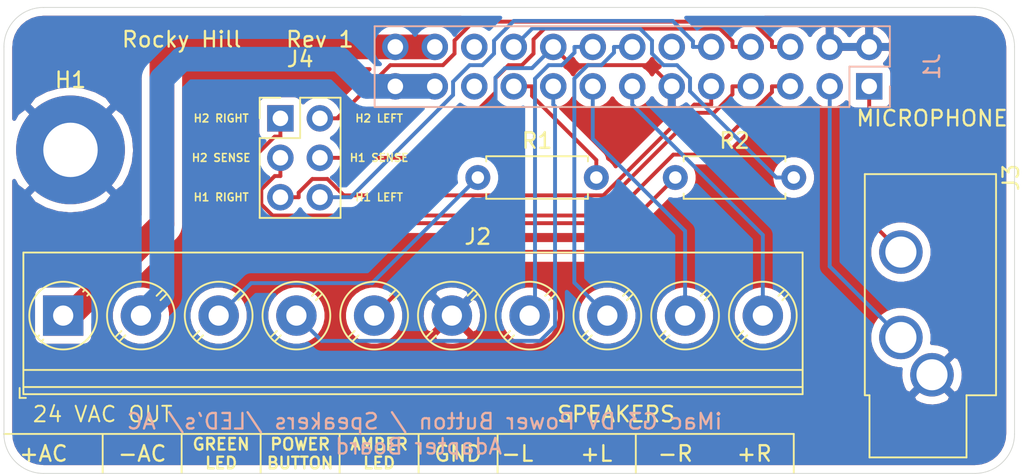
<source format=kicad_pcb>
(kicad_pcb (version 20171130) (host pcbnew 5.1.5-52549c5~84~ubuntu18.04.1)

  (general
    (thickness 1.6)
    (drawings 42)
    (tracks 141)
    (zones 0)
    (modules 7)
    (nets 24)
  )

  (page A)
  (title_block
    (date 2020-03-10)
    (rev 1)
    (comment 2 "headphones,mic,power button and 24VAC")
    (comment 3 "J22 adapter board is a breakout board for speakers,")
    (comment 4 "Rocky Hill")
  )

  (layers
    (0 F.Cu signal)
    (31 B.Cu signal)
    (32 B.Adhes user)
    (33 F.Adhes user)
    (34 B.Paste user)
    (35 F.Paste user)
    (36 B.SilkS user)
    (37 F.SilkS user)
    (38 B.Mask user)
    (39 F.Mask user)
    (40 Dwgs.User user)
    (41 Cmts.User user)
    (42 Eco1.User user)
    (43 Eco2.User user)
    (44 Edge.Cuts user)
    (45 Margin user)
    (46 B.CrtYd user)
    (47 F.CrtYd user)
    (48 B.Fab user)
    (49 F.Fab user)
  )

  (setup
    (last_trace_width 0.25)
    (user_trace_width 1.5875)
    (trace_clearance 0.2)
    (zone_clearance 0.508)
    (zone_45_only no)
    (trace_min 0.2)
    (via_size 0.8)
    (via_drill 0.4)
    (via_min_size 0.4)
    (via_min_drill 0.3)
    (uvia_size 0.3)
    (uvia_drill 0.1)
    (uvias_allowed no)
    (uvia_min_size 0.2)
    (uvia_min_drill 0.1)
    (edge_width 0.05)
    (segment_width 0.2)
    (pcb_text_width 0.3)
    (pcb_text_size 1.5 1.5)
    (mod_edge_width 0.12)
    (mod_text_size 1 1)
    (mod_text_width 0.15)
    (pad_size 1.7 1.7)
    (pad_drill 1)
    (pad_to_mask_clearance 0.051)
    (solder_mask_min_width 0.25)
    (aux_axis_origin 0 0)
    (grid_origin 147.04 70.64)
    (visible_elements FFFFFF7F)
    (pcbplotparams
      (layerselection 0x010fc_ffffffff)
      (usegerberextensions false)
      (usegerberattributes false)
      (usegerberadvancedattributes false)
      (creategerberjobfile false)
      (excludeedgelayer true)
      (linewidth 0.100000)
      (plotframeref false)
      (viasonmask false)
      (mode 1)
      (useauxorigin false)
      (hpglpennumber 1)
      (hpglpenspeed 20)
      (hpglpendiameter 15.000000)
      (psnegative false)
      (psa4output false)
      (plotreference true)
      (plotvalue true)
      (plotinvisibletext false)
      (padsonsilk false)
      (subtractmaskfromsilk false)
      (outputformat 1)
      (mirror false)
      (drillshape 0)
      (scaleselection 1)
      (outputdirectory "gerber/"))
  )

  (net 0 "")
  (net 1 "Net-(J1-Pad12)")
  (net 2 "Net-(J1-Pad21)")
  (net 3 "Net-(J1-Pad22)")
  (net 4 GNDREF)
  (net 5 /-MICROPHONE)
  (net 6 /+MICROPHONE)
  (net 7 /HEADPHONE_2_RIGHT)
  (net 8 /HEADPHONE_2_LEFT)
  (net 9 /HEADPHONE_2_SENSE)
  (net 10 /HEADPHONE_1_SENSE)
  (net 11 /HEADPHONE_1_RIGHT)
  (net 12 /HEADPHONE_1_LEFT)
  (net 13 /+RIGHT_SPEAKER)
  (net 14 /+LEFT_SPEAKER)
  (net 15 /-RIGHT_SPEAKER)
  (net 16 /-LEFT_SPEAKER)
  (net 17 /POWER_BUTTON)
  (net 18 /+GREEN_LED)
  (net 19 /+AMBER_LED)
  (net 20 /-AC)
  (net 21 /+AC)
  (net 22 "Net-(J2-Pad3)")
  (net 23 "Net-(J2-Pad5)")

  (net_class Default "This is the default net class."
    (clearance 0.2)
    (trace_width 0.25)
    (via_dia 0.8)
    (via_drill 0.4)
    (uvia_dia 0.3)
    (uvia_drill 0.1)
    (add_net /+AC)
    (add_net /+AMBER_LED)
    (add_net /+GREEN_LED)
    (add_net /+LEFT_SPEAKER)
    (add_net /+MICROPHONE)
    (add_net /+RIGHT_SPEAKER)
    (add_net /-AC)
    (add_net /-LEFT_SPEAKER)
    (add_net /-MICROPHONE)
    (add_net /-RIGHT_SPEAKER)
    (add_net /HEADPHONE_1_LEFT)
    (add_net /HEADPHONE_1_RIGHT)
    (add_net /HEADPHONE_1_SENSE)
    (add_net /HEADPHONE_2_LEFT)
    (add_net /HEADPHONE_2_RIGHT)
    (add_net /HEADPHONE_2_SENSE)
    (add_net /POWER_BUTTON)
    (add_net GNDREF)
    (add_net "Net-(J1-Pad12)")
    (add_net "Net-(J1-Pad21)")
    (add_net "Net-(J1-Pad22)")
    (add_net "Net-(J2-Pad3)")
    (add_net "Net-(J2-Pad5)")
  )

  (module Connector_PinHeader_2.54mm:PinHeader_2x13_P2.54mm_Vertical (layer B.Cu) (tedit 59FED5CC) (tstamp 5E67C9B0)
    (at 161.544 91.948 90)
    (descr "Through hole straight pin header, 2x13, 2.54mm pitch, double rows")
    (tags "Through hole pin header THT 2x13 2.54mm double row")
    (path /5E67C6F3)
    (fp_text reference J1 (at 1.27 4.038 90) (layer B.SilkS)
      (effects (font (size 1 1) (thickness 0.15)) (justify mirror))
    )
    (fp_text value Conn_02x13_Odd_Even (at -4.37 -14.722 180) (layer B.Fab)
      (effects (font (size 1 1) (thickness 0.15)) (justify mirror))
    )
    (fp_line (start 0 1.27) (end 3.81 1.27) (layer B.Fab) (width 0.1))
    (fp_line (start 3.81 1.27) (end 3.81 -31.75) (layer B.Fab) (width 0.1))
    (fp_line (start 3.81 -31.75) (end -1.27 -31.75) (layer B.Fab) (width 0.1))
    (fp_line (start -1.27 -31.75) (end -1.27 0) (layer B.Fab) (width 0.1))
    (fp_line (start -1.27 0) (end 0 1.27) (layer B.Fab) (width 0.1))
    (fp_line (start -1.33 -31.81) (end 3.87 -31.81) (layer B.SilkS) (width 0.12))
    (fp_line (start -1.33 -1.27) (end -1.33 -31.81) (layer B.SilkS) (width 0.12))
    (fp_line (start 3.87 1.33) (end 3.87 -31.81) (layer B.SilkS) (width 0.12))
    (fp_line (start -1.33 -1.27) (end 1.27 -1.27) (layer B.SilkS) (width 0.12))
    (fp_line (start 1.27 -1.27) (end 1.27 1.33) (layer B.SilkS) (width 0.12))
    (fp_line (start 1.27 1.33) (end 3.87 1.33) (layer B.SilkS) (width 0.12))
    (fp_line (start -1.33 0) (end -1.33 1.33) (layer B.SilkS) (width 0.12))
    (fp_line (start -1.33 1.33) (end 0 1.33) (layer B.SilkS) (width 0.12))
    (fp_line (start -1.8 1.8) (end -1.8 -32.25) (layer B.CrtYd) (width 0.05))
    (fp_line (start -1.8 -32.25) (end 4.35 -32.25) (layer B.CrtYd) (width 0.05))
    (fp_line (start 4.35 -32.25) (end 4.35 1.8) (layer B.CrtYd) (width 0.05))
    (fp_line (start 4.35 1.8) (end -1.8 1.8) (layer B.CrtYd) (width 0.05))
    (fp_text user %R (at 1.27 -15.24 180) (layer B.Fab)
      (effects (font (size 1 1) (thickness 0.15)) (justify mirror))
    )
    (pad 1 thru_hole rect (at 0 0 90) (size 1.7 1.7) (drill 1) (layers *.Cu *.Mask)
      (net 5 /-MICROPHONE))
    (pad 2 thru_hole oval (at 2.54 0 90) (size 1.7 1.7) (drill 1) (layers *.Cu *.Mask)
      (net 4 GNDREF))
    (pad 3 thru_hole oval (at 0 -2.54 90) (size 1.7 1.7) (drill 1) (layers *.Cu *.Mask)
      (net 6 /+MICROPHONE))
    (pad 4 thru_hole oval (at 2.54 -2.54 90) (size 1.7 1.7) (drill 1) (layers *.Cu *.Mask)
      (net 4 GNDREF))
    (pad 5 thru_hole oval (at 0 -5.08 90) (size 1.7 1.7) (drill 1) (layers *.Cu *.Mask)
      (net 7 /HEADPHONE_2_RIGHT))
    (pad 6 thru_hole oval (at 2.54 -5.08 90) (size 1.7 1.7) (drill 1) (layers *.Cu *.Mask)
      (net 8 /HEADPHONE_2_LEFT))
    (pad 7 thru_hole oval (at 0 -7.62 90) (size 1.7 1.7) (drill 1) (layers *.Cu *.Mask)
      (net 9 /HEADPHONE_2_SENSE))
    (pad 8 thru_hole oval (at 2.54 -7.62 90) (size 1.7 1.7) (drill 1) (layers *.Cu *.Mask)
      (net 10 /HEADPHONE_1_SENSE))
    (pad 9 thru_hole oval (at 0 -10.16 90) (size 1.7 1.7) (drill 1) (layers *.Cu *.Mask)
      (net 11 /HEADPHONE_1_RIGHT))
    (pad 10 thru_hole oval (at 2.54 -10.16 90) (size 1.7 1.7) (drill 1) (layers *.Cu *.Mask)
      (net 12 /HEADPHONE_1_LEFT))
    (pad 11 thru_hole oval (at 0 -12.7 90) (size 1.7 1.7) (drill 1) (layers *.Cu *.Mask)
      (net 4 GNDREF))
    (pad 12 thru_hole oval (at 2.54 -12.7 90) (size 1.7 1.7) (drill 1) (layers *.Cu *.Mask)
      (net 1 "Net-(J1-Pad12)"))
    (pad 13 thru_hole oval (at 0 -15.24 90) (size 1.7 1.7) (drill 1) (layers *.Cu *.Mask)
      (net 13 /+RIGHT_SPEAKER))
    (pad 14 thru_hole oval (at 2.54 -15.24 90) (size 1.7 1.7) (drill 1) (layers *.Cu *.Mask)
      (net 14 /+LEFT_SPEAKER))
    (pad 15 thru_hole oval (at 0 -17.78 90) (size 1.7 1.7) (drill 1) (layers *.Cu *.Mask)
      (net 15 /-RIGHT_SPEAKER))
    (pad 16 thru_hole oval (at 2.54 -17.78 90) (size 1.7 1.7) (drill 1) (layers *.Cu *.Mask)
      (net 16 /-LEFT_SPEAKER))
    (pad 17 thru_hole oval (at 0 -20.32 90) (size 1.7 1.7) (drill 1) (layers *.Cu *.Mask)
      (net 17 /POWER_BUTTON))
    (pad 18 thru_hole oval (at 2.54 -20.32 90) (size 1.7 1.7) (drill 1) (layers *.Cu *.Mask)
      (net 4 GNDREF))
    (pad 19 thru_hole oval (at 0 -22.86 90) (size 1.7 1.7) (drill 1) (layers *.Cu *.Mask)
      (net 18 /+GREEN_LED))
    (pad 20 thru_hole oval (at 2.54 -22.86 90) (size 1.7 1.7) (drill 1) (layers *.Cu *.Mask)
      (net 19 /+AMBER_LED))
    (pad 21 thru_hole oval (at 0 -25.4 90) (size 1.7 1.7) (drill 1) (layers *.Cu *.Mask)
      (net 2 "Net-(J1-Pad21)"))
    (pad 22 thru_hole oval (at 2.54 -25.4 90) (size 1.7 1.7) (drill 1) (layers *.Cu *.Mask)
      (net 3 "Net-(J1-Pad22)"))
    (pad 23 thru_hole oval (at 0 -27.94 90) (size 1.7 1.7) (drill 1) (layers *.Cu *.Mask)
      (net 20 /-AC))
    (pad 24 thru_hole oval (at 2.54 -27.94 90) (size 1.7 1.7) (drill 1) (layers *.Cu *.Mask)
      (net 21 /+AC))
    (pad 25 thru_hole oval (at 0 -30.48 90) (size 1.7 1.7) (drill 1) (layers *.Cu *.Mask)
      (net 20 /-AC))
    (pad 26 thru_hole oval (at 2.54 -30.48 90) (size 1.7 1.7) (drill 1) (layers *.Cu *.Mask)
      (net 21 /+AC))
    (model ${KISYS3DMOD}/Connector_PinHeader_2.54mm.3dshapes/PinHeader_2x13_P2.54mm_Vertical.wrl
      (at (xyz 0 0 0))
      (scale (xyz 1 1 1))
      (rotate (xyz 0 0 0))
    )
  )

  (module MountingHole:MountingHole_3.5mm_Pad (layer F.Cu) (tedit 56D1B4CB) (tstamp 5E67CDC4)
    (at 110.172 96.038)
    (descr "Mounting Hole 3.5mm")
    (tags "mounting hole 3.5mm")
    (path /5E6841C1)
    (attr virtual)
    (fp_text reference H1 (at 0 -4.5) (layer F.SilkS)
      (effects (font (size 1 1) (thickness 0.15)))
    )
    (fp_text value MountingHole_Pad (at 3.34 -5.84) (layer F.Fab)
      (effects (font (size 1 1) (thickness 0.15)))
    )
    (fp_text user %R (at 0.3 0) (layer F.Fab)
      (effects (font (size 1 1) (thickness 0.15)))
    )
    (fp_circle (center 0 0) (end 3.5 0) (layer Cmts.User) (width 0.15))
    (fp_circle (center 0 0) (end 3.75 0) (layer F.CrtYd) (width 0.05))
    (pad 1 thru_hole circle (at 0 0) (size 7 7) (drill 3.5) (layers *.Cu *.Mask)
      (net 4 GNDREF))
  )

  (module Connector_Audio:Jack_3.5mm_CUI_SJ1-3533NG_Horizontal_CircularHoles (layer F.Cu) (tedit 5BAD3514) (tstamp 5E6D11D7)
    (at 165.582 110.518 180)
    (descr "TRS 3.5mm, horizontal, through-hole, , circular holeshttps://www.cui.com/product/resource/sj1-353xng.pdf")
    (tags "TRS audio jack stereo horizontal circular")
    (path /5E6D23B9)
    (fp_text reference J3 (at -5.08 12.7 90) (layer F.SilkS)
      (effects (font (size 1 1) (thickness 0.15)))
    )
    (fp_text value AudioJack3 (at 0.1 14.05) (layer F.Fab)
      (effects (font (size 1 1) (thickness 0.15)))
    )
    (fp_line (start -2.1 -5.2) (end 3.9 -5.2) (layer F.Fab) (width 0.1))
    (fp_line (start 3.9 -5.2) (end 3.9 -1.2) (layer F.Fab) (width 0.1))
    (fp_line (start 3.9 -1.2) (end 4.2 -1.2) (layer F.Fab) (width 0.1))
    (fp_line (start 4.2 -1.2) (end 4.2 12.8) (layer F.Fab) (width 0.1))
    (fp_line (start 4.2 12.8) (end -4 12.8) (layer F.Fab) (width 0.1))
    (fp_line (start -4 12.8) (end -4 -1.2) (layer F.Fab) (width 0.1))
    (fp_line (start -4 -1.2) (end -2.1 -1.2) (layer F.Fab) (width 0.1))
    (fp_line (start -2.1 -1.2) (end -2.1 -5.2) (layer F.Fab) (width 0.1))
    (fp_line (start -2.22 -5.32) (end 4.02 -5.32) (layer F.SilkS) (width 0.12))
    (fp_line (start 4.02 -5.32) (end 4.02 -1.32) (layer F.SilkS) (width 0.12))
    (fp_line (start 4.02 -1.32) (end 4.32 -1.32) (layer F.SilkS) (width 0.12))
    (fp_line (start 4.32 -1.32) (end 4.32 12.92) (layer F.SilkS) (width 0.12))
    (fp_line (start 4.32 12.92) (end -4.12 12.92) (layer F.SilkS) (width 0.12))
    (fp_line (start -4.12 12.92) (end -4.12 -1.32) (layer F.SilkS) (width 0.12))
    (fp_line (start -4.12 -1.32) (end -2.22 -1.32) (layer F.SilkS) (width 0.12))
    (fp_line (start -2.22 -1.32) (end -2.22 -5.32) (layer F.SilkS) (width 0.12))
    (fp_line (start -4.5 -5.7) (end -4.5 13.3) (layer F.CrtYd) (width 0.05))
    (fp_line (start -4.5 13.3) (end 4.7 13.3) (layer F.CrtYd) (width 0.05))
    (fp_line (start 4.7 13.3) (end 4.7 -5.7) (layer F.CrtYd) (width 0.05))
    (fp_line (start 4.7 -5.7) (end -4.5 -5.7) (layer F.CrtYd) (width 0.05))
    (fp_text user %R (at 0.1 3.8) (layer F.Fab)
      (effects (font (size 1 1) (thickness 0.15)))
    )
    (pad S thru_hole circle (at 0 0 180) (size 2.8 2.8) (drill 2) (layers *.Cu *.Mask)
      (net 4 GNDREF))
    (pad T thru_hole circle (at 2 2.4 180) (size 2.8 2.8) (drill 2) (layers *.Cu *.Mask)
      (net 6 /+MICROPHONE))
    (pad R thru_hole circle (at 2 7.9 180) (size 2.8 2.8) (drill 2) (layers *.Cu *.Mask)
      (net 5 /-MICROPHONE))
    (model ${KISYS3DMOD}/Connector_Audio.3dshapes/Jack_3.5mm_CUI_SJ1-3533NG_Horizontal.wrl
      (at (xyz 0 0 0))
      (scale (xyz 1 1 1))
      (rotate (xyz 0 0 0))
    )
    (model ${KIPRJMOD}/3d_models/CUI_DEVICES_SJ1-3533NG.step
      (offset (xyz 1 5.02 7))
      (scale (xyz 1 1 1))
      (rotate (xyz 180 0 -90))
    )
  )

  (module Resistor_THT:R_Axial_DIN0207_L6.3mm_D2.5mm_P7.62mm_Horizontal (layer F.Cu) (tedit 5AE5139B) (tstamp 5E6D23CA)
    (at 136.372 97.818)
    (descr "Resistor, Axial_DIN0207 series, Axial, Horizontal, pin pitch=7.62mm, 0.25W = 1/4W, length*diameter=6.3*2.5mm^2, http://cdn-reichelt.de/documents/datenblatt/B400/1_4W%23YAG.pdf")
    (tags "Resistor Axial_DIN0207 series Axial Horizontal pin pitch 7.62mm 0.25W = 1/4W length 6.3mm diameter 2.5mm")
    (path /5E6F12A4)
    (fp_text reference R1 (at 3.81 -2.37) (layer F.SilkS)
      (effects (font (size 1 1) (thickness 0.15)))
    )
    (fp_text value 220 (at 6.35 -2.54) (layer F.Fab)
      (effects (font (size 1 1) (thickness 0.15)))
    )
    (fp_text user %R (at 3.81 0) (layer F.Fab)
      (effects (font (size 1 1) (thickness 0.15)))
    )
    (fp_line (start 8.67 -1.5) (end -1.05 -1.5) (layer F.CrtYd) (width 0.05))
    (fp_line (start 8.67 1.5) (end 8.67 -1.5) (layer F.CrtYd) (width 0.05))
    (fp_line (start -1.05 1.5) (end 8.67 1.5) (layer F.CrtYd) (width 0.05))
    (fp_line (start -1.05 -1.5) (end -1.05 1.5) (layer F.CrtYd) (width 0.05))
    (fp_line (start 7.08 1.37) (end 7.08 1.04) (layer F.SilkS) (width 0.12))
    (fp_line (start 0.54 1.37) (end 7.08 1.37) (layer F.SilkS) (width 0.12))
    (fp_line (start 0.54 1.04) (end 0.54 1.37) (layer F.SilkS) (width 0.12))
    (fp_line (start 7.08 -1.37) (end 7.08 -1.04) (layer F.SilkS) (width 0.12))
    (fp_line (start 0.54 -1.37) (end 7.08 -1.37) (layer F.SilkS) (width 0.12))
    (fp_line (start 0.54 -1.04) (end 0.54 -1.37) (layer F.SilkS) (width 0.12))
    (fp_line (start 7.62 0) (end 6.96 0) (layer F.Fab) (width 0.1))
    (fp_line (start 0 0) (end 0.66 0) (layer F.Fab) (width 0.1))
    (fp_line (start 6.96 -1.25) (end 0.66 -1.25) (layer F.Fab) (width 0.1))
    (fp_line (start 6.96 1.25) (end 6.96 -1.25) (layer F.Fab) (width 0.1))
    (fp_line (start 0.66 1.25) (end 6.96 1.25) (layer F.Fab) (width 0.1))
    (fp_line (start 0.66 -1.25) (end 0.66 1.25) (layer F.Fab) (width 0.1))
    (pad 2 thru_hole oval (at 7.62 0) (size 1.6 1.6) (drill 0.8) (layers *.Cu *.Mask)
      (net 18 /+GREEN_LED))
    (pad 1 thru_hole circle (at 0 0) (size 1.6 1.6) (drill 0.8) (layers *.Cu *.Mask)
      (net 22 "Net-(J2-Pad3)"))
    (model ${KISYS3DMOD}/Resistor_THT.3dshapes/R_Axial_DIN0207_L6.3mm_D2.5mm_P7.62mm_Horizontal.wrl
      (at (xyz 0 0 0))
      (scale (xyz 1 1 1))
      (rotate (xyz 0 0 0))
    )
  )

  (module Resistor_THT:R_Axial_DIN0207_L6.3mm_D2.5mm_P7.62mm_Horizontal (layer F.Cu) (tedit 5AE5139B) (tstamp 5E6CCD3D)
    (at 149.072 97.818)
    (descr "Resistor, Axial_DIN0207 series, Axial, Horizontal, pin pitch=7.62mm, 0.25W = 1/4W, length*diameter=6.3*2.5mm^2, http://cdn-reichelt.de/documents/datenblatt/B400/1_4W%23YAG.pdf")
    (tags "Resistor Axial_DIN0207 series Axial Horizontal pin pitch 7.62mm 0.25W = 1/4W length 6.3mm diameter 2.5mm")
    (path /5E6EFBD0)
    (fp_text reference R2 (at 3.81 -2.37) (layer F.SilkS)
      (effects (font (size 1 1) (thickness 0.15)))
    )
    (fp_text value 220 (at 3.81 2.37) (layer F.Fab)
      (effects (font (size 1 1) (thickness 0.15)))
    )
    (fp_line (start 0.66 -1.25) (end 0.66 1.25) (layer F.Fab) (width 0.1))
    (fp_line (start 0.66 1.25) (end 6.96 1.25) (layer F.Fab) (width 0.1))
    (fp_line (start 6.96 1.25) (end 6.96 -1.25) (layer F.Fab) (width 0.1))
    (fp_line (start 6.96 -1.25) (end 0.66 -1.25) (layer F.Fab) (width 0.1))
    (fp_line (start 0 0) (end 0.66 0) (layer F.Fab) (width 0.1))
    (fp_line (start 7.62 0) (end 6.96 0) (layer F.Fab) (width 0.1))
    (fp_line (start 0.54 -1.04) (end 0.54 -1.37) (layer F.SilkS) (width 0.12))
    (fp_line (start 0.54 -1.37) (end 7.08 -1.37) (layer F.SilkS) (width 0.12))
    (fp_line (start 7.08 -1.37) (end 7.08 -1.04) (layer F.SilkS) (width 0.12))
    (fp_line (start 0.54 1.04) (end 0.54 1.37) (layer F.SilkS) (width 0.12))
    (fp_line (start 0.54 1.37) (end 7.08 1.37) (layer F.SilkS) (width 0.12))
    (fp_line (start 7.08 1.37) (end 7.08 1.04) (layer F.SilkS) (width 0.12))
    (fp_line (start -1.05 -1.5) (end -1.05 1.5) (layer F.CrtYd) (width 0.05))
    (fp_line (start -1.05 1.5) (end 8.67 1.5) (layer F.CrtYd) (width 0.05))
    (fp_line (start 8.67 1.5) (end 8.67 -1.5) (layer F.CrtYd) (width 0.05))
    (fp_line (start 8.67 -1.5) (end -1.05 -1.5) (layer F.CrtYd) (width 0.05))
    (fp_text user %R (at 3.81 0) (layer F.Fab)
      (effects (font (size 1 1) (thickness 0.15)))
    )
    (pad 1 thru_hole circle (at 0 0) (size 1.6 1.6) (drill 0.8) (layers *.Cu *.Mask)
      (net 23 "Net-(J2-Pad5)"))
    (pad 2 thru_hole oval (at 7.62 0) (size 1.6 1.6) (drill 0.8) (layers *.Cu *.Mask)
      (net 19 /+AMBER_LED))
    (model ${KISYS3DMOD}/Resistor_THT.3dshapes/R_Axial_DIN0207_L6.3mm_D2.5mm_P7.62mm_Horizontal.wrl
      (at (xyz 0 0 0))
      (scale (xyz 1 1 1))
      (rotate (xyz 0 0 0))
    )
  )

  (module TerminalBlock_Phoenix:TerminalBlock_Phoenix_PT-1,5-10-5.0-H_1x10_P5.00mm_Horizontal (layer F.Cu) (tedit 5B294F74) (tstamp 5E6D1C46)
    (at 109.702 106.708)
    (descr "Terminal Block Phoenix PT-1,5-10-5.0-H, 10 pins, pitch 5mm, size 50x9mm^2, drill diamater 1.3mm, pad diameter 2.6mm, see http://www.mouser.com/ds/2/324/ItemDetail_1935161-922578.pdf, script-generated using https://github.com/pointhi/kicad-footprint-generator/scripts/TerminalBlock_Phoenix")
    (tags "THT Terminal Block Phoenix PT-1,5-10-5.0-H pitch 5mm size 50x9mm^2 drill 1.3mm pad 2.6mm")
    (path /5E7501BB)
    (fp_text reference J2 (at 26.67 -5.08) (layer F.SilkS)
      (effects (font (size 1 1) (thickness 0.15)))
    )
    (fp_text value Screw_Terminal_01x10 (at 40.64 -6.35) (layer F.Fab)
      (effects (font (size 1 1) (thickness 0.15)))
    )
    (fp_circle (center 0 0) (end 2 0) (layer F.Fab) (width 0.1))
    (fp_circle (center 0 0) (end 2.18 0) (layer F.SilkS) (width 0.12))
    (fp_circle (center 5 0) (end 7 0) (layer F.Fab) (width 0.1))
    (fp_circle (center 5 0) (end 7.18 0) (layer F.SilkS) (width 0.12))
    (fp_circle (center 10 0) (end 12 0) (layer F.Fab) (width 0.1))
    (fp_circle (center 10 0) (end 12.18 0) (layer F.SilkS) (width 0.12))
    (fp_circle (center 15 0) (end 17 0) (layer F.Fab) (width 0.1))
    (fp_circle (center 15 0) (end 17.18 0) (layer F.SilkS) (width 0.12))
    (fp_circle (center 20 0) (end 22 0) (layer F.Fab) (width 0.1))
    (fp_circle (center 20 0) (end 22.18 0) (layer F.SilkS) (width 0.12))
    (fp_circle (center 25 0) (end 27 0) (layer F.Fab) (width 0.1))
    (fp_circle (center 25 0) (end 27.18 0) (layer F.SilkS) (width 0.12))
    (fp_circle (center 30 0) (end 32 0) (layer F.Fab) (width 0.1))
    (fp_circle (center 30 0) (end 32.18 0) (layer F.SilkS) (width 0.12))
    (fp_circle (center 35 0) (end 37 0) (layer F.Fab) (width 0.1))
    (fp_circle (center 35 0) (end 37.18 0) (layer F.SilkS) (width 0.12))
    (fp_circle (center 40 0) (end 42 0) (layer F.Fab) (width 0.1))
    (fp_circle (center 40 0) (end 42.18 0) (layer F.SilkS) (width 0.12))
    (fp_circle (center 45 0) (end 47 0) (layer F.Fab) (width 0.1))
    (fp_circle (center 45 0) (end 47.18 0) (layer F.SilkS) (width 0.12))
    (fp_line (start -2.5 -4) (end 47.5 -4) (layer F.Fab) (width 0.1))
    (fp_line (start 47.5 -4) (end 47.5 5) (layer F.Fab) (width 0.1))
    (fp_line (start 47.5 5) (end -2.1 5) (layer F.Fab) (width 0.1))
    (fp_line (start -2.1 5) (end -2.5 4.6) (layer F.Fab) (width 0.1))
    (fp_line (start -2.5 4.6) (end -2.5 -4) (layer F.Fab) (width 0.1))
    (fp_line (start -2.5 4.6) (end 47.5 4.6) (layer F.Fab) (width 0.1))
    (fp_line (start -2.56 4.6) (end 47.56 4.6) (layer F.SilkS) (width 0.12))
    (fp_line (start -2.5 3.5) (end 47.5 3.5) (layer F.Fab) (width 0.1))
    (fp_line (start -2.56 3.5) (end 47.56 3.5) (layer F.SilkS) (width 0.12))
    (fp_line (start -2.56 -4.06) (end 47.56 -4.06) (layer F.SilkS) (width 0.12))
    (fp_line (start -2.56 5.06) (end 47.56 5.06) (layer F.SilkS) (width 0.12))
    (fp_line (start -2.56 -4.06) (end -2.56 5.06) (layer F.SilkS) (width 0.12))
    (fp_line (start 47.56 -4.06) (end 47.56 5.06) (layer F.SilkS) (width 0.12))
    (fp_line (start 1.517 -1.273) (end -1.273 1.517) (layer F.Fab) (width 0.1))
    (fp_line (start 1.273 -1.517) (end -1.517 1.273) (layer F.Fab) (width 0.1))
    (fp_line (start 1.654 -1.388) (end 1.547 -1.281) (layer F.SilkS) (width 0.12))
    (fp_line (start -1.282 1.547) (end -1.388 1.654) (layer F.SilkS) (width 0.12))
    (fp_line (start 1.388 -1.654) (end 1.281 -1.547) (layer F.SilkS) (width 0.12))
    (fp_line (start -1.548 1.281) (end -1.654 1.388) (layer F.SilkS) (width 0.12))
    (fp_line (start 6.517 -1.273) (end 3.728 1.517) (layer F.Fab) (width 0.1))
    (fp_line (start 6.273 -1.517) (end 3.484 1.273) (layer F.Fab) (width 0.1))
    (fp_line (start 6.654 -1.388) (end 6.259 -0.992) (layer F.SilkS) (width 0.12))
    (fp_line (start 3.993 1.274) (end 3.613 1.654) (layer F.SilkS) (width 0.12))
    (fp_line (start 6.388 -1.654) (end 6.008 -1.274) (layer F.SilkS) (width 0.12))
    (fp_line (start 3.742 0.992) (end 3.347 1.388) (layer F.SilkS) (width 0.12))
    (fp_line (start 11.517 -1.273) (end 8.728 1.517) (layer F.Fab) (width 0.1))
    (fp_line (start 11.273 -1.517) (end 8.484 1.273) (layer F.Fab) (width 0.1))
    (fp_line (start 11.654 -1.388) (end 11.259 -0.992) (layer F.SilkS) (width 0.12))
    (fp_line (start 8.993 1.274) (end 8.613 1.654) (layer F.SilkS) (width 0.12))
    (fp_line (start 11.388 -1.654) (end 11.008 -1.274) (layer F.SilkS) (width 0.12))
    (fp_line (start 8.742 0.992) (end 8.347 1.388) (layer F.SilkS) (width 0.12))
    (fp_line (start 16.517 -1.273) (end 13.728 1.517) (layer F.Fab) (width 0.1))
    (fp_line (start 16.273 -1.517) (end 13.484 1.273) (layer F.Fab) (width 0.1))
    (fp_line (start 16.654 -1.388) (end 16.259 -0.992) (layer F.SilkS) (width 0.12))
    (fp_line (start 13.993 1.274) (end 13.613 1.654) (layer F.SilkS) (width 0.12))
    (fp_line (start 16.388 -1.654) (end 16.008 -1.274) (layer F.SilkS) (width 0.12))
    (fp_line (start 13.742 0.992) (end 13.347 1.388) (layer F.SilkS) (width 0.12))
    (fp_line (start 21.517 -1.273) (end 18.728 1.517) (layer F.Fab) (width 0.1))
    (fp_line (start 21.273 -1.517) (end 18.484 1.273) (layer F.Fab) (width 0.1))
    (fp_line (start 21.654 -1.388) (end 21.259 -0.992) (layer F.SilkS) (width 0.12))
    (fp_line (start 18.993 1.274) (end 18.613 1.654) (layer F.SilkS) (width 0.12))
    (fp_line (start 21.388 -1.654) (end 21.008 -1.274) (layer F.SilkS) (width 0.12))
    (fp_line (start 18.742 0.992) (end 18.347 1.388) (layer F.SilkS) (width 0.12))
    (fp_line (start 26.517 -1.273) (end 23.728 1.517) (layer F.Fab) (width 0.1))
    (fp_line (start 26.273 -1.517) (end 23.484 1.273) (layer F.Fab) (width 0.1))
    (fp_line (start 26.654 -1.388) (end 26.259 -0.992) (layer F.SilkS) (width 0.12))
    (fp_line (start 23.993 1.274) (end 23.613 1.654) (layer F.SilkS) (width 0.12))
    (fp_line (start 26.388 -1.654) (end 26.008 -1.274) (layer F.SilkS) (width 0.12))
    (fp_line (start 23.742 0.992) (end 23.347 1.388) (layer F.SilkS) (width 0.12))
    (fp_line (start 31.517 -1.273) (end 28.728 1.517) (layer F.Fab) (width 0.1))
    (fp_line (start 31.273 -1.517) (end 28.484 1.273) (layer F.Fab) (width 0.1))
    (fp_line (start 31.654 -1.388) (end 31.259 -0.992) (layer F.SilkS) (width 0.12))
    (fp_line (start 28.993 1.274) (end 28.613 1.654) (layer F.SilkS) (width 0.12))
    (fp_line (start 31.388 -1.654) (end 31.008 -1.274) (layer F.SilkS) (width 0.12))
    (fp_line (start 28.742 0.992) (end 28.347 1.388) (layer F.SilkS) (width 0.12))
    (fp_line (start 36.517 -1.273) (end 33.728 1.517) (layer F.Fab) (width 0.1))
    (fp_line (start 36.273 -1.517) (end 33.484 1.273) (layer F.Fab) (width 0.1))
    (fp_line (start 36.654 -1.388) (end 36.259 -0.992) (layer F.SilkS) (width 0.12))
    (fp_line (start 33.993 1.274) (end 33.613 1.654) (layer F.SilkS) (width 0.12))
    (fp_line (start 36.388 -1.654) (end 36.008 -1.274) (layer F.SilkS) (width 0.12))
    (fp_line (start 33.742 0.992) (end 33.347 1.388) (layer F.SilkS) (width 0.12))
    (fp_line (start 41.517 -1.273) (end 38.728 1.517) (layer F.Fab) (width 0.1))
    (fp_line (start 41.273 -1.517) (end 38.484 1.273) (layer F.Fab) (width 0.1))
    (fp_line (start 41.654 -1.388) (end 41.259 -0.992) (layer F.SilkS) (width 0.12))
    (fp_line (start 38.993 1.274) (end 38.613 1.654) (layer F.SilkS) (width 0.12))
    (fp_line (start 41.388 -1.654) (end 41.008 -1.274) (layer F.SilkS) (width 0.12))
    (fp_line (start 38.742 0.992) (end 38.347 1.388) (layer F.SilkS) (width 0.12))
    (fp_line (start 46.517 -1.273) (end 43.728 1.517) (layer F.Fab) (width 0.1))
    (fp_line (start 46.273 -1.517) (end 43.484 1.273) (layer F.Fab) (width 0.1))
    (fp_line (start 46.654 -1.388) (end 46.259 -0.992) (layer F.SilkS) (width 0.12))
    (fp_line (start 43.993 1.274) (end 43.613 1.654) (layer F.SilkS) (width 0.12))
    (fp_line (start 46.388 -1.654) (end 46.008 -1.274) (layer F.SilkS) (width 0.12))
    (fp_line (start 43.742 0.992) (end 43.347 1.388) (layer F.SilkS) (width 0.12))
    (fp_line (start -2.8 4.66) (end -2.8 5.3) (layer F.SilkS) (width 0.12))
    (fp_line (start -2.8 5.3) (end -2.4 5.3) (layer F.SilkS) (width 0.12))
    (fp_line (start -3 -4.5) (end -3 5.5) (layer F.CrtYd) (width 0.05))
    (fp_line (start -3 5.5) (end 48 5.5) (layer F.CrtYd) (width 0.05))
    (fp_line (start 48 5.5) (end 48 -4.5) (layer F.CrtYd) (width 0.05))
    (fp_line (start 48 -4.5) (end -3 -4.5) (layer F.CrtYd) (width 0.05))
    (fp_text user %R (at 22.5 2.9) (layer F.Fab)
      (effects (font (size 1 1) (thickness 0.15)))
    )
    (pad 1 thru_hole rect (at 0 0) (size 2.6 2.6) (drill 1.3) (layers *.Cu *.Mask)
      (net 21 /+AC))
    (pad 2 thru_hole circle (at 5 0) (size 2.6 2.6) (drill 1.3) (layers *.Cu *.Mask)
      (net 20 /-AC))
    (pad 3 thru_hole circle (at 10 0) (size 2.6 2.6) (drill 1.3) (layers *.Cu *.Mask)
      (net 22 "Net-(J2-Pad3)"))
    (pad 4 thru_hole circle (at 15 0) (size 2.6 2.6) (drill 1.3) (layers *.Cu *.Mask)
      (net 17 /POWER_BUTTON))
    (pad 5 thru_hole circle (at 20 0) (size 2.6 2.6) (drill 1.3) (layers *.Cu *.Mask)
      (net 23 "Net-(J2-Pad5)"))
    (pad 6 thru_hole circle (at 25 0) (size 2.6 2.6) (drill 1.3) (layers *.Cu *.Mask)
      (net 4 GNDREF))
    (pad 7 thru_hole circle (at 30 0) (size 2.6 2.6) (drill 1.3) (layers *.Cu *.Mask)
      (net 16 /-LEFT_SPEAKER))
    (pad 8 thru_hole circle (at 35 0) (size 2.6 2.6) (drill 1.3) (layers *.Cu *.Mask)
      (net 14 /+LEFT_SPEAKER))
    (pad 9 thru_hole circle (at 40 0) (size 2.6 2.6) (drill 1.3) (layers *.Cu *.Mask)
      (net 15 /-RIGHT_SPEAKER))
    (pad 10 thru_hole circle (at 45 0) (size 2.6 2.6) (drill 1.3) (layers *.Cu *.Mask)
      (net 13 /+RIGHT_SPEAKER))
    (model ${KISYS3DMOD}/TerminalBlock_Phoenix.3dshapes/TerminalBlock_Phoenix_PT-1,5-10-5.0-H_1x10_P5.00mm_Horizontal.wrl
      (at (xyz 0 0 0))
      (scale (xyz 1 1 1))
      (rotate (xyz 0 0 0))
    )
    (model "${KIPRJMOD}/3d_models/Screw Terminal Block 5mm 2-way.step"
      (offset (xyz 2.5 0 0))
      (scale (xyz 1 1 1))
      (rotate (xyz -90 0 0))
    )
    (model "${KIPRJMOD}/3d_models/Screw Terminal Block 5mm 2-way.step"
      (offset (xyz 12.5 0 0))
      (scale (xyz 1 1 1))
      (rotate (xyz -90 0 0))
    )
    (model "${KIPRJMOD}/3d_models/Screw Terminal Block 5mm 2-way.step"
      (offset (xyz 22.5 0 0))
      (scale (xyz 1 1 1))
      (rotate (xyz -90 0 0))
    )
    (model "${KIPRJMOD}/3d_models/Screw Terminal Block 5mm 2-way.step"
      (offset (xyz 32.5 0 0))
      (scale (xyz 1 1 1))
      (rotate (xyz -90 0 0))
    )
    (model "${KIPRJMOD}/3d_models/Screw Terminal Block 5mm 2-way.step"
      (offset (xyz 42.5 0 0))
      (scale (xyz 1 1 1))
      (rotate (xyz -90 0 0))
    )
  )

  (module Connector_PinHeader_2.54mm:PinHeader_2x03_P2.54mm_Vertical (layer F.Cu) (tedit 59FED5CC) (tstamp 5E6D2C4D)
    (at 123.672 94.008)
    (descr "Through hole straight pin header, 2x03, 2.54mm pitch, double rows")
    (tags "Through hole pin header THT 2x03 2.54mm double row")
    (path /5E7BF001)
    (fp_text reference J4 (at 1.27 -3.81) (layer F.SilkS)
      (effects (font (size 1 1) (thickness 0.15)))
    )
    (fp_text value Conn_02x03_Odd_Even (at 1.27 7.41) (layer F.Fab)
      (effects (font (size 1 1) (thickness 0.15)))
    )
    (fp_line (start 0 -1.27) (end 3.81 -1.27) (layer F.Fab) (width 0.1))
    (fp_line (start 3.81 -1.27) (end 3.81 6.35) (layer F.Fab) (width 0.1))
    (fp_line (start 3.81 6.35) (end -1.27 6.35) (layer F.Fab) (width 0.1))
    (fp_line (start -1.27 6.35) (end -1.27 0) (layer F.Fab) (width 0.1))
    (fp_line (start -1.27 0) (end 0 -1.27) (layer F.Fab) (width 0.1))
    (fp_line (start -1.33 6.41) (end 3.87 6.41) (layer F.SilkS) (width 0.12))
    (fp_line (start -1.33 1.27) (end -1.33 6.41) (layer F.SilkS) (width 0.12))
    (fp_line (start 3.87 -1.33) (end 3.87 6.41) (layer F.SilkS) (width 0.12))
    (fp_line (start -1.33 1.27) (end 1.27 1.27) (layer F.SilkS) (width 0.12))
    (fp_line (start 1.27 1.27) (end 1.27 -1.33) (layer F.SilkS) (width 0.12))
    (fp_line (start 1.27 -1.33) (end 3.87 -1.33) (layer F.SilkS) (width 0.12))
    (fp_line (start -1.33 0) (end -1.33 -1.33) (layer F.SilkS) (width 0.12))
    (fp_line (start -1.33 -1.33) (end 0 -1.33) (layer F.SilkS) (width 0.12))
    (fp_line (start -1.8 -1.8) (end -1.8 6.85) (layer F.CrtYd) (width 0.05))
    (fp_line (start -1.8 6.85) (end 4.35 6.85) (layer F.CrtYd) (width 0.05))
    (fp_line (start 4.35 6.85) (end 4.35 -1.8) (layer F.CrtYd) (width 0.05))
    (fp_line (start 4.35 -1.8) (end -1.8 -1.8) (layer F.CrtYd) (width 0.05))
    (fp_text user %R (at 1.27 2.54 90) (layer F.Fab)
      (effects (font (size 1 1) (thickness 0.15)))
    )
    (pad 1 thru_hole rect (at 0 0) (size 1.7 1.7) (drill 1) (layers *.Cu *.Mask)
      (net 7 /HEADPHONE_2_RIGHT))
    (pad 2 thru_hole oval (at 2.54 0) (size 1.7 1.7) (drill 1) (layers *.Cu *.Mask)
      (net 8 /HEADPHONE_2_LEFT))
    (pad 3 thru_hole oval (at 0 2.54) (size 1.7 1.7) (drill 1) (layers *.Cu *.Mask)
      (net 9 /HEADPHONE_2_SENSE))
    (pad 4 thru_hole oval (at 2.54 2.54) (size 1.7 1.7) (drill 1) (layers *.Cu *.Mask)
      (net 10 /HEADPHONE_1_SENSE))
    (pad 5 thru_hole oval (at 0 5.08) (size 1.7 1.7) (drill 1) (layers *.Cu *.Mask)
      (net 11 /HEADPHONE_1_RIGHT))
    (pad 6 thru_hole oval (at 2.54 5.08) (size 1.7 1.7) (drill 1) (layers *.Cu *.Mask)
      (net 12 /HEADPHONE_1_LEFT))
    (model ${KISYS3DMOD}/Connector_PinHeader_2.54mm.3dshapes/PinHeader_2x03_P2.54mm_Vertical.wrl
      (at (xyz 0 0 0))
      (scale (xyz 1 1 1))
      (rotate (xyz 0 0 0))
    )
  )

  (gr_text "Rev 1" (at 126.212 88.928) (layer F.SilkS)
    (effects (font (size 1 1) (thickness 0.15)))
  )
  (gr_text "iMac G3 DV Power Button / Speakers /LED's/ AC \nAdapter Board" (at 132.562 114.328) (layer B.SilkS)
    (effects (font (size 1 1) (thickness 0.15)) (justify mirror))
  )
  (gr_text "Rocky Hill" (at 117.322 88.928) (layer F.SilkS)
    (effects (font (size 1 1) (thickness 0.15)))
  )
  (gr_text "H2 LEFT" (at 130.022 94.008) (layer F.SilkS)
    (effects (font (size 0.5 0.5) (thickness 0.1)))
  )
  (gr_text "H1 SENSE" (at 130.022 96.548) (layer F.SilkS)
    (effects (font (size 0.5 0.5) (thickness 0.1)))
  )
  (gr_text "H2 RIGHT" (at 119.862 94.008) (layer F.SilkS)
    (effects (font (size 0.5 0.5) (thickness 0.1)))
  )
  (gr_text "H2 SENSE" (at 119.862 96.548) (layer F.SilkS)
    (effects (font (size 0.5 0.5) (thickness 0.1)))
  )
  (gr_text "H1 RIGHT" (at 119.862 99.088) (layer F.SilkS)
    (effects (font (size 0.5 0.5) (thickness 0.1)))
  )
  (gr_text "H1 LEFT" (at 130.022 99.088) (layer F.SilkS)
    (effects (font (size 0.5 0.5) (thickness 0.1)))
  )
  (gr_line (start 112.242 114.328) (end 105.892 114.328) (layer F.SilkS) (width 0.12))
  (gr_line (start 117.322 114.328) (end 112.242 114.328) (layer F.SilkS) (width 0.12) (tstamp 5E6D26EA))
  (gr_line (start 112.242 114.328) (end 112.242 116.868) (layer F.SilkS) (width 0.12) (tstamp 5E6D26E8))
  (gr_line (start 117.322 114.328) (end 137.642 114.328) (layer F.SilkS) (width 0.12) (tstamp 5E6D263A))
  (gr_line (start 137.642 114.328) (end 156.692 114.328) (layer F.SilkS) (width 0.12) (tstamp 5E6D24B0))
  (gr_line (start 146.532 114.328) (end 146.532 116.868) (layer F.SilkS) (width 0.12) (tstamp 5E6D249F))
  (gr_line (start 156.692 114.328) (end 156.692 116.868) (layer F.SilkS) (width 0.12) (tstamp 5E6D249F))
  (gr_line (start 137.642 114.328) (end 137.642 116.868) (layer F.SilkS) (width 0.12) (tstamp 5E6D249F))
  (gr_line (start 132.562 114.328) (end 132.562 116.868) (layer F.SilkS) (width 0.12) (tstamp 5E6D249F))
  (gr_line (start 127.482 114.328) (end 127.482 116.868) (layer F.SilkS) (width 0.12) (tstamp 5E6D249F))
  (gr_line (start 122.402 114.328) (end 122.402 116.868) (layer F.SilkS) (width 0.12) (tstamp 5E6D249F))
  (gr_line (start 117.322 114.328) (end 117.322 116.868) (layer F.SilkS) (width 0.12))
  (gr_text "24 VAC OUT" (at 112.242 113.058) (layer F.SilkS)
    (effects (font (size 1 1) (thickness 0.125)))
  )
  (gr_text MICROPHONE (at 165.582 94.008) (layer F.SilkS)
    (effects (font (size 1 1) (thickness 0.15)))
  )
  (gr_text SPEAKERS (at 145.262 113.058) (layer F.SilkS)
    (effects (font (size 1 1) (thickness 0.15)))
  )
  (gr_text +L (at 143.992 115.598) (layer F.SilkS)
    (effects (font (size 1 1) (thickness 0.15)))
  )
  (gr_text -L (at 138.912 115.598) (layer F.SilkS)
    (effects (font (size 1 1) (thickness 0.15)))
  )
  (gr_text -R (at 149.072 115.598) (layer F.SilkS)
    (effects (font (size 1 1) (thickness 0.15)))
  )
  (gr_text +R (at 154.152 115.598) (layer F.SilkS)
    (effects (font (size 1 1) (thickness 0.15)))
  )
  (gr_text GND (at 135.102 115.598) (layer F.SilkS) (tstamp 5E6D2409)
    (effects (font (size 1 1) (thickness 0.15)))
  )
  (gr_text "AMBER\nLED" (at 130.022 115.598) (layer F.SilkS) (tstamp 5E6D2403)
    (effects (font (size 0.75 0.75) (thickness 0.15)))
  )
  (gr_text "POWER\nBUTTON" (at 124.942 115.598) (layer F.SilkS) (tstamp 5E6D2406)
    (effects (font (size 0.75 0.75) (thickness 0.15)))
  )
  (gr_text "GREEN\nLED" (at 119.862 115.598) (layer F.SilkS) (tstamp 5E6D240C)
    (effects (font (size 0.75 0.75) (thickness 0.15)))
  )
  (gr_text +AC (at 108.432 115.598) (layer F.SilkS)
    (effects (font (size 1 1) (thickness 0.15)))
  )
  (gr_text -AC (at 114.782 115.598) (layer F.SilkS)
    (effects (font (size 1 1) (thickness 0.15)))
  )
  (gr_arc (start 108.432 114.328) (end 105.892 114.328) (angle -90) (layer Edge.Cuts) (width 0.05))
  (gr_arc (start 108.432 89.408) (end 108.432 86.868) (angle -90) (layer Edge.Cuts) (width 0.05))
  (gr_arc (start 168.352 89.408) (end 170.892 89.408) (angle -90) (layer Edge.Cuts) (width 0.05))
  (gr_arc (start 168.352 114.328) (end 168.352 116.868) (angle -90) (layer Edge.Cuts) (width 0.05))
  (gr_line (start 168.352 116.868) (end 108.432 116.868) (layer Edge.Cuts) (width 0.05) (tstamp 5E67CC63))
  (gr_line (start 170.892 89.408) (end 170.892 114.328) (layer Edge.Cuts) (width 0.05) (tstamp 5E67CC33))
  (gr_line (start 105.892 89.408) (end 105.892 114.328) (layer Edge.Cuts) (width 0.05))
  (gr_line (start 168.352 86.868) (end 108.432 86.868) (layer Edge.Cuts) (width 0.05))

  (segment (start 147.994001 91.098001) (end 148.844 91.948) (width 0.25) (layer F.Cu) (net 4))
  (segment (start 147.479001 90.583001) (end 147.994001 91.098001) (width 0.25) (layer F.Cu) (net 4))
  (segment (start 142.399001 90.583001) (end 147.479001 90.583001) (width 0.25) (layer F.Cu) (net 4))
  (segment (start 141.224 89.408) (end 142.399001 90.583001) (width 0.25) (layer F.Cu) (net 4))
  (segment (start 137.508999 91.383999) (end 137.508999 96.160999) (width 0.25) (layer B.Cu) (net 4))
  (segment (start 138.119999 90.772999) (end 137.508999 91.383999) (width 0.25) (layer B.Cu) (net 4))
  (segment (start 141.224 89.408) (end 139.859001 90.772999) (width 0.25) (layer B.Cu) (net 4))
  (segment (start 139.859001 90.772999) (end 138.119999 90.772999) (width 0.25) (layer B.Cu) (net 4))
  (segment (start 137.508999 96.160999) (end 138.658 97.31) (width 0.25) (layer B.Cu) (net 4))
  (segment (start 138.658 102.752) (end 134.702 106.708) (width 0.25) (layer B.Cu) (net 4))
  (segment (start 138.658 97.31) (end 138.658 102.752) (width 0.25) (layer B.Cu) (net 4))
  (segment (start 163.582 102.618) (end 161.544 100.58) (width 0.25) (layer F.Cu) (net 5))
  (segment (start 161.544 100.58) (end 161.544 91.948) (width 0.25) (layer F.Cu) (net 5))
  (segment (start 163.582 108.118) (end 159.004 103.54) (width 0.25) (layer B.Cu) (net 6))
  (segment (start 159.004 103.54) (end 159.004 91.948) (width 0.25) (layer B.Cu) (net 6))
  (segment (start 123.672 95.1833) (end 123.3047 95.1833) (width 0.25) (layer F.Cu) (net 7))
  (segment (start 123.3047 95.1833) (end 121.9949 96.4931) (width 0.25) (layer F.Cu) (net 7))
  (segment (start 121.9949 96.4931) (end 121.9949 99.7321) (width 0.25) (layer F.Cu) (net 7))
  (segment (start 121.9949 99.7321) (end 123.0206 100.7578) (width 0.25) (layer F.Cu) (net 7))
  (segment (start 123.0206 100.7578) (end 144.5312 100.7578) (width 0.25) (layer F.Cu) (net 7))
  (segment (start 144.5312 100.7578) (end 148.9464 96.3426) (width 0.25) (layer F.Cu) (net 7))
  (segment (start 148.9464 96.3426) (end 151.2707 96.3426) (width 0.25) (layer F.Cu) (net 7))
  (segment (start 151.2707 96.3426) (end 155.2887 92.3246) (width 0.25) (layer F.Cu) (net 7))
  (segment (start 155.2887 92.3246) (end 155.2887 91.948) (width 0.25) (layer F.Cu) (net 7))
  (segment (start 156.464 91.948) (end 155.2887 91.948) (width 0.25) (layer F.Cu) (net 7))
  (segment (start 123.672 94.008) (end 123.672 95.1833) (width 0.25) (layer F.Cu) (net 7))
  (segment (start 156.464 89.408) (end 155.2887 89.408) (width 0.25) (layer F.Cu) (net 8))
  (segment (start 126.212 94.008) (end 127.3873 94.008) (width 0.25) (layer F.Cu) (net 8))
  (segment (start 127.3873 94.008) (end 127.3873 93.9345) (width 0.25) (layer F.Cu) (net 8))
  (segment (start 127.3873 93.9345) (end 130.7384 90.5834) (width 0.25) (layer F.Cu) (net 8))
  (segment (start 130.7384 90.5834) (end 134.1296 90.5834) (width 0.25) (layer F.Cu) (net 8))
  (segment (start 134.1296 90.5834) (end 134.874 89.839) (width 0.25) (layer F.Cu) (net 8))
  (segment (start 134.874 89.839) (end 134.874 88.9968) (width 0.25) (layer F.Cu) (net 8))
  (segment (start 134.874 88.9968) (end 136.0885 87.7823) (width 0.25) (layer F.Cu) (net 8))
  (segment (start 136.0885 87.7823) (end 154.0283 87.7823) (width 0.25) (layer F.Cu) (net 8))
  (segment (start 154.0283 87.7823) (end 155.2887 89.0427) (width 0.25) (layer F.Cu) (net 8))
  (segment (start 155.2887 89.0427) (end 155.2887 89.408) (width 0.25) (layer F.Cu) (net 8))
  (segment (start 153.924 91.948) (end 152.7487 91.948) (width 0.25) (layer F.Cu) (net 9))
  (segment (start 123.672 96.548) (end 123.672 97.7233) (width 0.25) (layer F.Cu) (net 9))
  (segment (start 123.672 97.7233) (end 123.3047 97.7233) (width 0.25) (layer F.Cu) (net 9))
  (segment (start 123.3047 97.7233) (end 122.4453 98.5827) (width 0.25) (layer F.Cu) (net 9))
  (segment (start 122.4453 98.5827) (end 122.4453 99.5456) (width 0.25) (layer F.Cu) (net 9))
  (segment (start 122.4453 99.5456) (end 123.163 100.2633) (width 0.25) (layer F.Cu) (net 9))
  (segment (start 123.163 100.2633) (end 143.7891 100.2633) (width 0.25) (layer F.Cu) (net 9))
  (segment (start 143.7891 100.2633) (end 150.4012 93.6512) (width 0.25) (layer F.Cu) (net 9))
  (segment (start 150.4012 93.6512) (end 151.5597 93.6512) (width 0.25) (layer F.Cu) (net 9))
  (segment (start 151.5597 93.6512) (end 152.7487 92.4622) (width 0.25) (layer F.Cu) (net 9))
  (segment (start 152.7487 92.4622) (end 152.7487 91.948) (width 0.25) (layer F.Cu) (net 9))
  (segment (start 153.924 89.408) (end 152.7487 89.408) (width 0.25) (layer F.Cu) (net 10))
  (segment (start 126.212 96.548) (end 127.3873 96.548) (width 0.25) (layer F.Cu) (net 10))
  (segment (start 127.3873 96.548) (end 133.2939 96.548) (width 0.25) (layer F.Cu) (net 10))
  (segment (start 133.2939 96.548) (end 137.5086 92.3333) (width 0.25) (layer F.Cu) (net 10))
  (segment (start 137.5086 92.3333) (end 137.5086 91.4224) (width 0.25) (layer F.Cu) (net 10))
  (segment (start 137.5086 91.4224) (end 138.3476 90.5834) (width 0.25) (layer F.Cu) (net 10))
  (segment (start 138.3476 90.5834) (end 139.2096 90.5834) (width 0.25) (layer F.Cu) (net 10))
  (segment (start 139.2096 90.5834) (end 139.954 89.839) (width 0.25) (layer F.Cu) (net 10))
  (segment (start 139.954 89.839) (end 139.954 88.9249) (width 0.25) (layer F.Cu) (net 10))
  (segment (start 139.954 88.9249) (end 140.6462 88.2327) (width 0.25) (layer F.Cu) (net 10))
  (segment (start 140.6462 88.2327) (end 151.9408 88.2327) (width 0.25) (layer F.Cu) (net 10))
  (segment (start 151.9408 88.2327) (end 152.7487 89.0406) (width 0.25) (layer F.Cu) (net 10))
  (segment (start 152.7487 89.0406) (end 152.7487 89.408) (width 0.25) (layer F.Cu) (net 10))
  (segment (start 151.384 91.948) (end 151.384 93.1233) (width 0.25) (layer F.Cu) (net 11))
  (segment (start 151.384 93.1233) (end 150.2922 93.1233) (width 0.25) (layer F.Cu) (net 11))
  (segment (start 150.2922 93.1233) (end 144.4492 98.9663) (width 0.25) (layer F.Cu) (net 11))
  (segment (start 144.4492 98.9663) (end 127.7525 98.9663) (width 0.25) (layer F.Cu) (net 11))
  (segment (start 127.7525 98.9663) (end 126.6989 97.9127) (width 0.25) (layer F.Cu) (net 11))
  (segment (start 126.6989 97.9127) (end 125.7251 97.9127) (width 0.25) (layer F.Cu) (net 11))
  (segment (start 125.7251 97.9127) (end 124.8473 98.7905) (width 0.25) (layer F.Cu) (net 11))
  (segment (start 124.8473 98.7905) (end 124.8473 99.088) (width 0.25) (layer F.Cu) (net 11))
  (segment (start 123.672 99.088) (end 124.8473 99.088) (width 0.25) (layer F.Cu) (net 11))
  (segment (start 151.384 89.408) (end 150.2087 89.408) (width 0.25) (layer B.Cu) (net 12))
  (segment (start 126.212 99.088) (end 128.1959 99.088) (width 0.25) (layer B.Cu) (net 12))
  (segment (start 128.1959 99.088) (end 134.7794 92.5045) (width 0.25) (layer B.Cu) (net 12))
  (segment (start 134.7794 92.5045) (end 134.7794 91.6484) (width 0.25) (layer B.Cu) (net 12))
  (segment (start 134.7794 91.6484) (end 135.8444 90.5834) (width 0.25) (layer B.Cu) (net 12))
  (segment (start 135.8444 90.5834) (end 136.6696 90.5834) (width 0.25) (layer B.Cu) (net 12))
  (segment (start 136.6696 90.5834) (end 137.414 89.839) (width 0.25) (layer B.Cu) (net 12))
  (segment (start 137.414 89.839) (end 137.414 89.0055) (width 0.25) (layer B.Cu) (net 12))
  (segment (start 137.414 89.0055) (end 138.6854 87.7341) (width 0.25) (layer B.Cu) (net 12))
  (segment (start 138.6854 87.7341) (end 148.9021 87.7341) (width 0.25) (layer B.Cu) (net 12))
  (segment (start 148.9021 87.7341) (end 150.2087 89.0407) (width 0.25) (layer B.Cu) (net 12))
  (segment (start 150.2087 89.0407) (end 150.2087 89.408) (width 0.25) (layer B.Cu) (net 12))
  (segment (start 146.304 91.948) (end 146.304 93.1233) (width 0.25) (layer B.Cu) (net 13))
  (segment (start 154.702 106.708) (end 154.702 101.5213) (width 0.25) (layer B.Cu) (net 13))
  (segment (start 154.702 101.5213) (end 146.304 93.1233) (width 0.25) (layer B.Cu) (net 13))
  (segment (start 144.702 106.708) (end 142.5788 104.5848) (width 0.25) (layer B.Cu) (net 14))
  (segment (start 142.5788 104.5848) (end 142.5788 91.449) (width 0.25) (layer B.Cu) (net 14))
  (segment (start 142.5788 91.449) (end 143.4445 90.5833) (width 0.25) (layer B.Cu) (net 14))
  (segment (start 143.4445 90.5833) (end 144.3208 90.5833) (width 0.25) (layer B.Cu) (net 14))
  (segment (start 144.3208 90.5833) (end 145.1287 89.7754) (width 0.25) (layer B.Cu) (net 14))
  (segment (start 145.1287 89.7754) (end 145.1287 89.408) (width 0.25) (layer B.Cu) (net 14))
  (segment (start 146.304 89.408) (end 145.1287 89.408) (width 0.25) (layer B.Cu) (net 14))
  (segment (start 149.702 106.708) (end 149.702 101.266) (width 0.25) (layer B.Cu) (net 15))
  (segment (start 149.702 101.266) (end 143.764 95.328) (width 0.25) (layer B.Cu) (net 15))
  (segment (start 143.764 95.328) (end 143.764 91.948) (width 0.25) (layer B.Cu) (net 15))
  (segment (start 143.764 89.408) (end 142.5887 89.408) (width 0.25) (layer B.Cu) (net 16))
  (segment (start 139.702 106.708) (end 140.0486 106.3614) (width 0.25) (layer B.Cu) (net 16))
  (segment (start 140.0486 106.3614) (end 140.0486 91.4586) (width 0.25) (layer B.Cu) (net 16))
  (segment (start 140.0486 91.4586) (end 140.9239 90.5833) (width 0.25) (layer B.Cu) (net 16))
  (segment (start 140.9239 90.5833) (end 141.7808 90.5833) (width 0.25) (layer B.Cu) (net 16))
  (segment (start 141.7808 90.5833) (end 142.5887 89.7754) (width 0.25) (layer B.Cu) (net 16))
  (segment (start 142.5887 89.7754) (end 142.5887 89.408) (width 0.25) (layer B.Cu) (net 16))
  (segment (start 141.224 91.948) (end 141.224 93.1233) (width 0.25) (layer B.Cu) (net 17))
  (segment (start 124.702 106.708) (end 126.3332 108.3392) (width 0.25) (layer B.Cu) (net 17))
  (segment (start 126.3332 108.3392) (end 140.3771 108.3392) (width 0.25) (layer B.Cu) (net 17))
  (segment (start 140.3771 108.3392) (end 141.337 107.3793) (width 0.25) (layer B.Cu) (net 17))
  (segment (start 141.337 107.3793) (end 141.337 93.2363) (width 0.25) (layer B.Cu) (net 17))
  (segment (start 141.337 93.2363) (end 141.224 93.1233) (width 0.25) (layer B.Cu) (net 17))
  (segment (start 138.684 91.948) (end 139.8593 91.948) (width 0.25) (layer F.Cu) (net 18))
  (segment (start 143.992 97.818) (end 143.992 96.6927) (width 0.25) (layer F.Cu) (net 18))
  (segment (start 143.992 96.6927) (end 139.8593 92.56) (width 0.25) (layer F.Cu) (net 18))
  (segment (start 139.8593 92.56) (end 139.8593 91.948) (width 0.25) (layer F.Cu) (net 18))
  (segment (start 138.684 89.408) (end 139.8732 88.2188) (width 0.25) (layer B.Cu) (net 19))
  (segment (start 139.8732 88.2188) (end 146.7884 88.2188) (width 0.25) (layer B.Cu) (net 19))
  (segment (start 146.7884 88.2188) (end 147.574 89.0044) (width 0.25) (layer B.Cu) (net 19))
  (segment (start 147.574 89.0044) (end 147.574 89.839) (width 0.25) (layer B.Cu) (net 19))
  (segment (start 147.574 89.839) (end 148.3184 90.5834) (width 0.25) (layer B.Cu) (net 19))
  (segment (start 148.3184 90.5834) (end 149.1804 90.5834) (width 0.25) (layer B.Cu) (net 19))
  (segment (start 149.1804 90.5834) (end 150.0194 91.4224) (width 0.25) (layer B.Cu) (net 19))
  (segment (start 150.0194 91.4224) (end 150.0194 92.2707) (width 0.25) (layer B.Cu) (net 19))
  (segment (start 150.0194 92.2707) (end 155.5667 97.818) (width 0.25) (layer B.Cu) (net 19))
  (segment (start 156.692 97.818) (end 155.5667 97.818) (width 0.25) (layer B.Cu) (net 19))
  (segment (start 133.604 91.948) (end 131.064 91.948) (width 1.5876) (layer B.Cu) (net 20))
  (segment (start 131.064 91.948) (end 129.232 91.948) (width 1.5876) (layer B.Cu) (net 20))
  (segment (start 129.232 91.948) (end 127.482 90.198) (width 1.5876) (layer B.Cu) (net 20))
  (segment (start 127.482 90.198) (end 117.322 90.198) (width 1.5876) (layer B.Cu) (net 20))
  (segment (start 117.322 90.198) (end 116.052 91.468) (width 1.5876) (layer B.Cu) (net 20))
  (segment (start 116.052 91.468) (end 116.052 105.358) (width 1.5876) (layer B.Cu) (net 20))
  (segment (start 116.052 105.358) (end 114.702 106.708) (width 1.5876) (layer B.Cu) (net 20))
  (segment (start 133.604 89.408) (end 131.064 89.408) (width 1.5876) (layer F.Cu) (net 21))
  (segment (start 116.052 100.81925) (end 110.16325 106.708) (width 1.5876) (layer F.Cu) (net 21))
  (segment (start 116.052 90.198) (end 116.052 100.81925) (width 1.5876) (layer F.Cu) (net 21))
  (segment (start 131.064 89.408) (end 116.842 89.408) (width 1.5876) (layer F.Cu) (net 21))
  (segment (start 110.16325 106.708) (end 109.702 106.708) (width 1.5876) (layer F.Cu) (net 21))
  (segment (start 116.842 89.408) (end 116.052 90.198) (width 1.5876) (layer F.Cu) (net 21))
  (segment (start 119.702 106.708) (end 121.7957 104.6143) (width 0.25) (layer B.Cu) (net 22))
  (segment (start 121.7957 104.6143) (end 129.5757 104.6143) (width 0.25) (layer B.Cu) (net 22))
  (segment (start 129.5757 104.6143) (end 136.372 97.818) (width 0.25) (layer B.Cu) (net 22))
  (segment (start 129.702 106.708) (end 133.8024 102.6076) (width 0.25) (layer F.Cu) (net 23))
  (segment (start 133.8024 102.6076) (end 144.2824 102.6076) (width 0.25) (layer F.Cu) (net 23))
  (segment (start 144.2824 102.6076) (end 149.072 97.818) (width 0.25) (layer F.Cu) (net 23))

  (zone (net 4) (net_name GNDREF) (layer B.Cu) (tstamp 5E6D2B88) (hatch edge 0.508)
    (connect_pads (clearance 0.508))
    (min_thickness 0.254)
    (fill yes (arc_segments 32) (thermal_gap 0.508) (thermal_bridge_width 0.508))
    (polygon
      (pts
        (xy 170.916 116.868) (xy 105.638 116.868) (xy 105.638 86.388) (xy 170.916 86.388)
      )
    )
    (filled_polygon
      (pts
        (xy 137.090357 88.254341) (xy 136.847411 88.09201) (xy 136.577158 87.980068) (xy 136.29026 87.923) (xy 135.99774 87.923)
        (xy 135.710842 87.980068) (xy 135.440589 88.09201) (xy 135.197368 88.254525) (xy 134.990525 88.461368) (xy 134.874 88.63576)
        (xy 134.757475 88.461368) (xy 134.550632 88.254525) (xy 134.307411 88.09201) (xy 134.037158 87.980068) (xy 133.75026 87.923)
        (xy 133.45774 87.923) (xy 133.170842 87.980068) (xy 132.900589 88.09201) (xy 132.657368 88.254525) (xy 132.450525 88.461368)
        (xy 132.334 88.63576) (xy 132.217475 88.461368) (xy 132.010632 88.254525) (xy 131.767411 88.09201) (xy 131.497158 87.980068)
        (xy 131.21026 87.923) (xy 130.91774 87.923) (xy 130.630842 87.980068) (xy 130.360589 88.09201) (xy 130.117368 88.254525)
        (xy 129.910525 88.461368) (xy 129.74801 88.704589) (xy 129.636068 88.974842) (xy 129.579 89.26174) (xy 129.579 89.55426)
        (xy 129.636068 89.841158) (xy 129.74801 90.111411) (xy 129.910525 90.354632) (xy 130.075093 90.5192) (xy 129.823828 90.5192)
        (xy 128.541948 89.237321) (xy 128.497202 89.182798) (xy 128.279639 89.004248) (xy 128.031424 88.871574) (xy 127.762094 88.789874)
        (xy 127.552188 88.7692) (xy 127.552181 88.7692) (xy 127.482 88.762288) (xy 127.411819 88.7692) (xy 117.392178 88.7692)
        (xy 117.321999 88.762288) (xy 117.251821 88.7692) (xy 117.251812 88.7692) (xy 117.041906 88.789874) (xy 116.772576 88.871574)
        (xy 116.524361 89.004248) (xy 116.306798 89.182798) (xy 116.262056 89.237316) (xy 115.091317 90.408056) (xy 115.036798 90.452799)
        (xy 114.858248 90.670362) (xy 114.748575 90.875546) (xy 114.725574 90.918577) (xy 114.652739 91.158684) (xy 114.643874 91.187907)
        (xy 114.6232 91.397813) (xy 114.6232 91.397819) (xy 114.616288 91.468) (xy 114.6232 91.538181) (xy 114.623201 104.766171)
        (xy 114.616372 104.773) (xy 114.511419 104.773) (xy 114.137581 104.847361) (xy 113.785434 104.993225) (xy 113.468509 105.204987)
        (xy 113.198987 105.474509) (xy 112.987225 105.791434) (xy 112.841361 106.143581) (xy 112.767 106.517419) (xy 112.767 106.898581)
        (xy 112.841361 107.272419) (xy 112.987225 107.624566) (xy 113.198987 107.941491) (xy 113.468509 108.211013) (xy 113.785434 108.422775)
        (xy 114.137581 108.568639) (xy 114.511419 108.643) (xy 114.892581 108.643) (xy 115.266419 108.568639) (xy 115.618566 108.422775)
        (xy 115.935491 108.211013) (xy 116.205013 107.941491) (xy 116.416775 107.624566) (xy 116.562639 107.272419) (xy 116.637 106.898581)
        (xy 116.637 106.793628) (xy 117.012684 106.417944) (xy 117.067202 106.373202) (xy 117.245752 106.155639) (xy 117.378426 105.907424)
        (xy 117.460126 105.638094) (xy 117.4808 105.428188) (xy 117.4808 105.428179) (xy 117.487712 105.358001) (xy 117.4808 105.287823)
        (xy 117.4808 92.059827) (xy 117.913828 91.6268) (xy 126.890173 91.6268) (xy 128.172056 92.908684) (xy 128.216798 92.963202)
        (xy 128.434361 93.141752) (xy 128.678572 93.272286) (xy 128.682576 93.274426) (xy 128.951905 93.356126) (xy 128.978576 93.358753)
        (xy 129.161812 93.3768) (xy 129.161819 93.3768) (xy 129.232 93.383712) (xy 129.302181 93.3768) (xy 130.635206 93.3768)
        (xy 130.91774 93.433) (xy 131.21026 93.433) (xy 131.492794 93.3768) (xy 132.832298 93.3768) (xy 127.881099 98.328)
        (xy 127.490178 98.328) (xy 127.365475 98.141368) (xy 127.158632 97.934525) (xy 126.98424 97.818) (xy 127.158632 97.701475)
        (xy 127.365475 97.494632) (xy 127.52799 97.251411) (xy 127.639932 96.981158) (xy 127.697 96.69426) (xy 127.697 96.40174)
        (xy 127.639932 96.114842) (xy 127.52799 95.844589) (xy 127.365475 95.601368) (xy 127.158632 95.394525) (xy 126.98424 95.278)
        (xy 127.158632 95.161475) (xy 127.365475 94.954632) (xy 127.52799 94.711411) (xy 127.639932 94.441158) (xy 127.697 94.15426)
        (xy 127.697 93.86174) (xy 127.639932 93.574842) (xy 127.52799 93.304589) (xy 127.365475 93.061368) (xy 127.158632 92.854525)
        (xy 126.915411 92.69201) (xy 126.645158 92.580068) (xy 126.35826 92.523) (xy 126.06574 92.523) (xy 125.778842 92.580068)
        (xy 125.508589 92.69201) (xy 125.265368 92.854525) (xy 125.133513 92.98638) (xy 125.111502 92.91382) (xy 125.052537 92.803506)
        (xy 124.973185 92.706815) (xy 124.876494 92.627463) (xy 124.76618 92.568498) (xy 124.646482 92.532188) (xy 124.522 92.519928)
        (xy 122.822 92.519928) (xy 122.697518 92.532188) (xy 122.57782 92.568498) (xy 122.467506 92.627463) (xy 122.370815 92.706815)
        (xy 122.291463 92.803506) (xy 122.232498 92.91382) (xy 122.196188 93.033518) (xy 122.183928 93.158) (xy 122.183928 94.858)
        (xy 122.196188 94.982482) (xy 122.232498 95.10218) (xy 122.291463 95.212494) (xy 122.370815 95.309185) (xy 122.467506 95.388537)
        (xy 122.57782 95.447502) (xy 122.65038 95.469513) (xy 122.518525 95.601368) (xy 122.35601 95.844589) (xy 122.244068 96.114842)
        (xy 122.187 96.40174) (xy 122.187 96.69426) (xy 122.244068 96.981158) (xy 122.35601 97.251411) (xy 122.518525 97.494632)
        (xy 122.725368 97.701475) (xy 122.89976 97.818) (xy 122.725368 97.934525) (xy 122.518525 98.141368) (xy 122.35601 98.384589)
        (xy 122.244068 98.654842) (xy 122.187 98.94174) (xy 122.187 99.23426) (xy 122.244068 99.521158) (xy 122.35601 99.791411)
        (xy 122.518525 100.034632) (xy 122.725368 100.241475) (xy 122.968589 100.40399) (xy 123.238842 100.515932) (xy 123.52574 100.573)
        (xy 123.81826 100.573) (xy 124.105158 100.515932) (xy 124.375411 100.40399) (xy 124.618632 100.241475) (xy 124.825475 100.034632)
        (xy 124.942 99.86024) (xy 125.058525 100.034632) (xy 125.265368 100.241475) (xy 125.508589 100.40399) (xy 125.778842 100.515932)
        (xy 126.06574 100.573) (xy 126.35826 100.573) (xy 126.645158 100.515932) (xy 126.915411 100.40399) (xy 127.158632 100.241475)
        (xy 127.365475 100.034632) (xy 127.490178 99.848) (xy 128.158578 99.848) (xy 128.1959 99.851676) (xy 128.233222 99.848)
        (xy 128.233233 99.848) (xy 128.344886 99.837003) (xy 128.488147 99.793546) (xy 128.620176 99.722974) (xy 128.735901 99.628001)
        (xy 128.759704 99.598997) (xy 135.233251 93.125451) (xy 135.440589 93.26399) (xy 135.710842 93.375932) (xy 135.99774 93.433)
        (xy 136.29026 93.433) (xy 136.577158 93.375932) (xy 136.847411 93.26399) (xy 137.090632 93.101475) (xy 137.297475 92.894632)
        (xy 137.414 92.72024) (xy 137.530525 92.894632) (xy 137.737368 93.101475) (xy 137.980589 93.26399) (xy 138.250842 93.375932)
        (xy 138.53774 93.433) (xy 138.83026 93.433) (xy 139.117158 93.375932) (xy 139.288601 93.304918) (xy 139.2886 104.817321)
        (xy 139.137581 104.847361) (xy 138.785434 104.993225) (xy 138.468509 105.204987) (xy 138.198987 105.474509) (xy 137.987225 105.791434)
        (xy 137.841361 106.143581) (xy 137.767 106.517419) (xy 137.767 106.898581) (xy 137.841361 107.272419) (xy 137.968434 107.5792)
        (xy 136.429789 107.5792) (xy 136.517159 107.404955) (xy 136.61825 107.037443) (xy 136.645701 106.657271) (xy 136.598457 106.279049)
        (xy 136.478333 105.91731) (xy 136.346312 105.670317) (xy 136.051224 105.538381) (xy 134.881605 106.708) (xy 134.895748 106.722143)
        (xy 134.716143 106.901748) (xy 134.702 106.887605) (xy 134.687858 106.901748) (xy 134.508253 106.722143) (xy 134.522395 106.708)
        (xy 133.352776 105.538381) (xy 133.057688 105.670317) (xy 132.886841 106.011045) (xy 132.78575 106.378557) (xy 132.758299 106.758729)
        (xy 132.805543 107.136951) (xy 132.925667 107.49869) (xy 132.968701 107.5792) (xy 131.435566 107.5792) (xy 131.562639 107.272419)
        (xy 131.637 106.898581) (xy 131.637 106.517419) (xy 131.562639 106.143581) (xy 131.416775 105.791434) (xy 131.205013 105.474509)
        (xy 131.08928 105.358776) (xy 133.532381 105.358776) (xy 134.702 106.528395) (xy 135.871619 105.358776) (xy 135.739683 105.063688)
        (xy 135.398955 104.892841) (xy 135.031443 104.79175) (xy 134.651271 104.764299) (xy 134.273049 104.811543) (xy 133.91131 104.931667)
        (xy 133.664317 105.063688) (xy 133.532381 105.358776) (xy 131.08928 105.358776) (xy 130.935491 105.204987) (xy 130.618566 104.993225)
        (xy 130.373207 104.891594) (xy 136.048114 99.216688) (xy 136.230665 99.253) (xy 136.513335 99.253) (xy 136.790574 99.197853)
        (xy 137.051727 99.08968) (xy 137.286759 98.932637) (xy 137.486637 98.732759) (xy 137.64368 98.497727) (xy 137.751853 98.236574)
        (xy 137.807 97.959335) (xy 137.807 97.676665) (xy 137.751853 97.399426) (xy 137.64368 97.138273) (xy 137.486637 96.903241)
        (xy 137.286759 96.703363) (xy 137.051727 96.54632) (xy 136.790574 96.438147) (xy 136.513335 96.383) (xy 136.230665 96.383)
        (xy 135.953426 96.438147) (xy 135.692273 96.54632) (xy 135.457241 96.703363) (xy 135.257363 96.903241) (xy 135.10032 97.138273)
        (xy 134.992147 97.399426) (xy 134.937 97.676665) (xy 134.937 97.959335) (xy 134.973312 98.141886) (xy 129.260899 103.8543)
        (xy 121.833023 103.8543) (xy 121.7957 103.850624) (xy 121.758377 103.8543) (xy 121.758367 103.8543) (xy 121.646714 103.865297)
        (xy 121.503453 103.908754) (xy 121.371423 103.979326) (xy 121.291645 104.044799) (xy 121.255699 104.074299) (xy 121.231901 104.103297)
        (xy 120.422985 104.912213) (xy 120.266419 104.847361) (xy 119.892581 104.773) (xy 119.511419 104.773) (xy 119.137581 104.847361)
        (xy 118.785434 104.993225) (xy 118.468509 105.204987) (xy 118.198987 105.474509) (xy 117.987225 105.791434) (xy 117.841361 106.143581)
        (xy 117.767 106.517419) (xy 117.767 106.898581) (xy 117.841361 107.272419) (xy 117.987225 107.624566) (xy 118.198987 107.941491)
        (xy 118.468509 108.211013) (xy 118.785434 108.422775) (xy 119.137581 108.568639) (xy 119.511419 108.643) (xy 119.892581 108.643)
        (xy 120.266419 108.568639) (xy 120.618566 108.422775) (xy 120.935491 108.211013) (xy 121.205013 107.941491) (xy 121.416775 107.624566)
        (xy 121.562639 107.272419) (xy 121.637 106.898581) (xy 121.637 106.517419) (xy 121.562639 106.143581) (xy 121.497787 105.987015)
        (xy 122.110502 105.3743) (xy 123.299196 105.3743) (xy 123.198987 105.474509) (xy 122.987225 105.791434) (xy 122.841361 106.143581)
        (xy 122.767 106.517419) (xy 122.767 106.898581) (xy 122.841361 107.272419) (xy 122.987225 107.624566) (xy 123.198987 107.941491)
        (xy 123.468509 108.211013) (xy 123.785434 108.422775) (xy 124.137581 108.568639) (xy 124.511419 108.643) (xy 124.892581 108.643)
        (xy 125.266419 108.568639) (xy 125.422985 108.503787) (xy 125.769401 108.850203) (xy 125.793199 108.879201) (xy 125.908924 108.974174)
        (xy 126.040953 109.044746) (xy 126.184214 109.088203) (xy 126.295867 109.0992) (xy 126.295876 109.0992) (xy 126.333199 109.102876)
        (xy 126.370522 109.0992) (xy 140.339778 109.0992) (xy 140.3771 109.102876) (xy 140.414422 109.0992) (xy 140.414433 109.0992)
        (xy 140.526086 109.088203) (xy 140.669347 109.044746) (xy 140.801376 108.974174) (xy 140.917101 108.879201) (xy 140.940904 108.850198)
        (xy 141.848004 107.943098) (xy 141.877001 107.919301) (xy 141.971974 107.803576) (xy 142.042546 107.671547) (xy 142.086003 107.528286)
        (xy 142.097 107.416633) (xy 142.097 107.416632) (xy 142.100677 107.3793) (xy 142.097 107.341967) (xy 142.097 105.177801)
        (xy 142.906213 105.987014) (xy 142.841361 106.143581) (xy 142.767 106.517419) (xy 142.767 106.898581) (xy 142.841361 107.272419)
        (xy 142.987225 107.624566) (xy 143.198987 107.941491) (xy 143.468509 108.211013) (xy 143.785434 108.422775) (xy 144.137581 108.568639)
        (xy 144.511419 108.643) (xy 144.892581 108.643) (xy 145.266419 108.568639) (xy 145.618566 108.422775) (xy 145.935491 108.211013)
        (xy 146.205013 107.941491) (xy 146.416775 107.624566) (xy 146.562639 107.272419) (xy 146.637 106.898581) (xy 146.637 106.517419)
        (xy 146.562639 106.143581) (xy 146.416775 105.791434) (xy 146.205013 105.474509) (xy 145.935491 105.204987) (xy 145.618566 104.993225)
        (xy 145.266419 104.847361) (xy 144.892581 104.773) (xy 144.511419 104.773) (xy 144.137581 104.847361) (xy 143.981014 104.912213)
        (xy 143.3388 104.269999) (xy 143.3388 99.100668) (xy 143.573426 99.197853) (xy 143.850665 99.253) (xy 144.133335 99.253)
        (xy 144.410574 99.197853) (xy 144.671727 99.08968) (xy 144.906759 98.932637) (xy 145.106637 98.732759) (xy 145.26368 98.497727)
        (xy 145.371853 98.236574) (xy 145.409336 98.048137) (xy 148.942001 101.580803) (xy 148.942 104.928373) (xy 148.785434 104.993225)
        (xy 148.468509 105.204987) (xy 148.198987 105.474509) (xy 147.987225 105.791434) (xy 147.841361 106.143581) (xy 147.767 106.517419)
        (xy 147.767 106.898581) (xy 147.841361 107.272419) (xy 147.987225 107.624566) (xy 148.198987 107.941491) (xy 148.468509 108.211013)
        (xy 148.785434 108.422775) (xy 149.137581 108.568639) (xy 149.511419 108.643) (xy 149.892581 108.643) (xy 150.266419 108.568639)
        (xy 150.618566 108.422775) (xy 150.935491 108.211013) (xy 151.205013 107.941491) (xy 151.416775 107.624566) (xy 151.562639 107.272419)
        (xy 151.637 106.898581) (xy 151.637 106.517419) (xy 151.562639 106.143581) (xy 151.416775 105.791434) (xy 151.205013 105.474509)
        (xy 150.935491 105.204987) (xy 150.618566 104.993225) (xy 150.462 104.928373) (xy 150.462 101.303322) (xy 150.465676 101.265999)
        (xy 150.462 101.228676) (xy 150.462 101.228667) (xy 150.451003 101.117014) (xy 150.407546 100.973753) (xy 150.360815 100.886326)
        (xy 150.336974 100.841723) (xy 150.265799 100.754997) (xy 150.242001 100.725999) (xy 150.213003 100.702201) (xy 148.722368 99.211567)
        (xy 148.930665 99.253) (xy 149.213335 99.253) (xy 149.490574 99.197853) (xy 149.751727 99.08968) (xy 149.986759 98.932637)
        (xy 150.186637 98.732759) (xy 150.34368 98.497727) (xy 150.419816 98.313918) (xy 153.942001 101.836104) (xy 153.942 104.928373)
        (xy 153.785434 104.993225) (xy 153.468509 105.204987) (xy 153.198987 105.474509) (xy 152.987225 105.791434) (xy 152.841361 106.143581)
        (xy 152.767 106.517419) (xy 152.767 106.898581) (xy 152.841361 107.272419) (xy 152.987225 107.624566) (xy 153.198987 107.941491)
        (xy 153.468509 108.211013) (xy 153.785434 108.422775) (xy 154.137581 108.568639) (xy 154.511419 108.643) (xy 154.892581 108.643)
        (xy 155.266419 108.568639) (xy 155.618566 108.422775) (xy 155.935491 108.211013) (xy 156.205013 107.941491) (xy 156.416775 107.624566)
        (xy 156.562639 107.272419) (xy 156.637 106.898581) (xy 156.637 106.517419) (xy 156.562639 106.143581) (xy 156.416775 105.791434)
        (xy 156.205013 105.474509) (xy 155.935491 105.204987) (xy 155.618566 104.993225) (xy 155.462 104.928373) (xy 155.462 101.558622)
        (xy 155.465676 101.521299) (xy 155.462 101.483976) (xy 155.462 101.483967) (xy 155.451003 101.372314) (xy 155.407546 101.229053)
        (xy 155.336974 101.097024) (xy 155.323811 101.080985) (xy 155.265799 101.010296) (xy 155.265795 101.010292) (xy 155.242001 100.981299)
        (xy 155.213008 100.957505) (xy 147.303804 93.048303) (xy 147.457475 92.894632) (xy 147.579195 92.712466) (xy 147.648822 92.829355)
        (xy 147.843731 93.045588) (xy 148.07708 93.219641) (xy 148.339901 93.344825) (xy 148.48711 93.389476) (xy 148.717 93.268155)
        (xy 148.717 92.075) (xy 148.697 92.075) (xy 148.697 91.821) (xy 148.717 91.821) (xy 148.717 91.801)
        (xy 148.971 91.801) (xy 148.971 91.821) (xy 148.991 91.821) (xy 148.991 92.075) (xy 148.971 92.075)
        (xy 148.971 93.268155) (xy 149.20089 93.389476) (xy 149.348099 93.344825) (xy 149.61092 93.219641) (xy 149.772797 93.098898)
        (xy 155.002901 98.329003) (xy 155.026699 98.358001) (xy 155.055697 98.381799) (xy 155.142423 98.452974) (xy 155.274453 98.523546)
        (xy 155.417714 98.567003) (xy 155.470053 98.572158) (xy 155.577363 98.732759) (xy 155.777241 98.932637) (xy 156.012273 99.08968)
        (xy 156.273426 99.197853) (xy 156.550665 99.253) (xy 156.833335 99.253) (xy 157.110574 99.197853) (xy 157.371727 99.08968)
        (xy 157.606759 98.932637) (xy 157.806637 98.732759) (xy 157.96368 98.497727) (xy 158.071853 98.236574) (xy 158.127 97.959335)
        (xy 158.127 97.676665) (xy 158.071853 97.399426) (xy 157.96368 97.138273) (xy 157.806637 96.903241) (xy 157.606759 96.703363)
        (xy 157.371727 96.54632) (xy 157.110574 96.438147) (xy 156.833335 96.383) (xy 156.550665 96.383) (xy 156.273426 96.438147)
        (xy 156.012273 96.54632) (xy 155.777241 96.703363) (xy 155.652053 96.828551) (xy 152.087459 93.263958) (xy 152.330632 93.101475)
        (xy 152.537475 92.894632) (xy 152.654 92.72024) (xy 152.770525 92.894632) (xy 152.977368 93.101475) (xy 153.220589 93.26399)
        (xy 153.490842 93.375932) (xy 153.77774 93.433) (xy 154.07026 93.433) (xy 154.357158 93.375932) (xy 154.627411 93.26399)
        (xy 154.870632 93.101475) (xy 155.077475 92.894632) (xy 155.194 92.72024) (xy 155.310525 92.894632) (xy 155.517368 93.101475)
        (xy 155.760589 93.26399) (xy 156.030842 93.375932) (xy 156.31774 93.433) (xy 156.61026 93.433) (xy 156.897158 93.375932)
        (xy 157.167411 93.26399) (xy 157.410632 93.101475) (xy 157.617475 92.894632) (xy 157.734 92.72024) (xy 157.850525 92.894632)
        (xy 158.057368 93.101475) (xy 158.244001 93.226179) (xy 158.244 103.502678) (xy 158.240324 103.54) (xy 158.244 103.577322)
        (xy 158.244 103.577332) (xy 158.254997 103.688985) (xy 158.29508 103.821124) (xy 158.298454 103.832246) (xy 158.369026 103.964276)
        (xy 158.408871 104.012826) (xy 158.463999 104.080001) (xy 158.493003 104.103804) (xy 161.709677 107.320478) (xy 161.625204 107.524413)
        (xy 161.547 107.91757) (xy 161.547 108.31843) (xy 161.625204 108.711587) (xy 161.778607 109.081934) (xy 162.001313 109.415237)
        (xy 162.284763 109.698687) (xy 162.618066 109.921393) (xy 162.988413 110.074796) (xy 163.38157 110.153) (xy 163.571202 110.153)
        (xy 163.567845 110.165053) (xy 163.53769 110.564777) (xy 163.586096 110.962704) (xy 163.711205 111.34354) (xy 163.85623 111.614865)
        (xy 164.161553 111.758842) (xy 165.402395 110.518) (xy 165.761605 110.518) (xy 167.002447 111.758842) (xy 167.30777 111.614865)
        (xy 167.488597 111.257108) (xy 167.596155 110.870947) (xy 167.62631 110.471223) (xy 167.577904 110.073296) (xy 167.452795 109.69246)
        (xy 167.30777 109.421135) (xy 167.002447 109.277158) (xy 165.761605 110.518) (xy 165.402395 110.518) (xy 165.388253 110.503858)
        (xy 165.567858 110.324253) (xy 165.582 110.338395) (xy 166.822842 109.097553) (xy 166.678865 108.79223) (xy 166.321108 108.611403)
        (xy 165.934947 108.503845) (xy 165.585364 108.477473) (xy 165.617 108.31843) (xy 165.617 107.91757) (xy 165.538796 107.524413)
        (xy 165.385393 107.154066) (xy 165.162687 106.820763) (xy 164.879237 106.537313) (xy 164.545934 106.314607) (xy 164.175587 106.161204)
        (xy 163.78243 106.083) (xy 163.38157 106.083) (xy 162.988413 106.161204) (xy 162.784478 106.245677) (xy 159.764 103.225199)
        (xy 159.764 102.41757) (xy 161.547 102.41757) (xy 161.547 102.81843) (xy 161.625204 103.211587) (xy 161.778607 103.581934)
        (xy 162.001313 103.915237) (xy 162.284763 104.198687) (xy 162.618066 104.421393) (xy 162.988413 104.574796) (xy 163.38157 104.653)
        (xy 163.78243 104.653) (xy 164.175587 104.574796) (xy 164.545934 104.421393) (xy 164.879237 104.198687) (xy 165.162687 103.915237)
        (xy 165.385393 103.581934) (xy 165.538796 103.211587) (xy 165.617 102.81843) (xy 165.617 102.41757) (xy 165.538796 102.024413)
        (xy 165.385393 101.654066) (xy 165.162687 101.320763) (xy 164.879237 101.037313) (xy 164.545934 100.814607) (xy 164.175587 100.661204)
        (xy 163.78243 100.583) (xy 163.38157 100.583) (xy 162.988413 100.661204) (xy 162.618066 100.814607) (xy 162.284763 101.037313)
        (xy 162.001313 101.320763) (xy 161.778607 101.654066) (xy 161.625204 102.024413) (xy 161.547 102.41757) (xy 159.764 102.41757)
        (xy 159.764 93.226178) (xy 159.950632 93.101475) (xy 160.082487 92.96962) (xy 160.104498 93.04218) (xy 160.163463 93.152494)
        (xy 160.242815 93.249185) (xy 160.339506 93.328537) (xy 160.44982 93.387502) (xy 160.569518 93.423812) (xy 160.694 93.436072)
        (xy 162.394 93.436072) (xy 162.518482 93.423812) (xy 162.63818 93.387502) (xy 162.748494 93.328537) (xy 162.845185 93.249185)
        (xy 162.924537 93.152494) (xy 162.983502 93.04218) (xy 163.019812 92.922482) (xy 163.032072 92.798) (xy 163.032072 91.098)
        (xy 163.019812 90.973518) (xy 162.983502 90.85382) (xy 162.924537 90.743506) (xy 162.845185 90.646815) (xy 162.748494 90.567463)
        (xy 162.63818 90.508498) (xy 162.562374 90.485502) (xy 162.739178 90.289355) (xy 162.888157 90.039252) (xy 162.985481 89.764891)
        (xy 162.864814 89.535) (xy 161.671 89.535) (xy 161.671 89.555) (xy 161.417 89.555) (xy 161.417 89.535)
        (xy 159.131 89.535) (xy 159.131 89.555) (xy 158.877 89.555) (xy 158.877 89.535) (xy 158.857 89.535)
        (xy 158.857 89.281) (xy 158.877 89.281) (xy 158.877 88.087845) (xy 159.131 88.087845) (xy 159.131 89.281)
        (xy 161.417 89.281) (xy 161.417 88.087845) (xy 161.671 88.087845) (xy 161.671 89.281) (xy 162.864814 89.281)
        (xy 162.985481 89.051109) (xy 162.888157 88.776748) (xy 162.739178 88.526645) (xy 162.544269 88.310412) (xy 162.31092 88.136359)
        (xy 162.048099 88.011175) (xy 161.90089 87.966524) (xy 161.671 88.087845) (xy 161.417 88.087845) (xy 161.18711 87.966524)
        (xy 161.039901 88.011175) (xy 160.77708 88.136359) (xy 160.543731 88.310412) (xy 160.348822 88.526645) (xy 160.274 88.652255)
        (xy 160.199178 88.526645) (xy 160.004269 88.310412) (xy 159.77092 88.136359) (xy 159.508099 88.011175) (xy 159.36089 87.966524)
        (xy 159.131 88.087845) (xy 158.877 88.087845) (xy 158.64711 87.966524) (xy 158.499901 88.011175) (xy 158.23708 88.136359)
        (xy 158.003731 88.310412) (xy 157.808822 88.526645) (xy 157.739195 88.643534) (xy 157.617475 88.461368) (xy 157.410632 88.254525)
        (xy 157.167411 88.09201) (xy 156.897158 87.980068) (xy 156.61026 87.923) (xy 156.31774 87.923) (xy 156.030842 87.980068)
        (xy 155.760589 88.09201) (xy 155.517368 88.254525) (xy 155.310525 88.461368) (xy 155.194 88.63576) (xy 155.077475 88.461368)
        (xy 154.870632 88.254525) (xy 154.627411 88.09201) (xy 154.357158 87.980068) (xy 154.07026 87.923) (xy 153.77774 87.923)
        (xy 153.490842 87.980068) (xy 153.220589 88.09201) (xy 152.977368 88.254525) (xy 152.770525 88.461368) (xy 152.654 88.63576)
        (xy 152.537475 88.461368) (xy 152.330632 88.254525) (xy 152.087411 88.09201) (xy 151.817158 87.980068) (xy 151.53026 87.923)
        (xy 151.23774 87.923) (xy 150.950842 87.980068) (xy 150.680589 88.09201) (xy 150.473311 88.230509) (xy 149.770802 87.528)
        (xy 168.319721 87.528) (xy 168.716545 87.566909) (xy 169.067208 87.67278) (xy 169.390625 87.844744) (xy 169.674484 88.076254)
        (xy 169.907965 88.358486) (xy 170.082183 88.680695) (xy 170.190502 89.030614) (xy 170.232 89.425443) (xy 170.232001 114.295711)
        (xy 170.193091 114.692545) (xy 170.08722 115.043206) (xy 169.915257 115.366623) (xy 169.683748 115.650482) (xy 169.401514 115.883965)
        (xy 169.079304 116.058184) (xy 168.729385 116.166502) (xy 168.334557 116.208) (xy 108.464279 116.208) (xy 108.067455 116.169091)
        (xy 107.716794 116.06322) (xy 107.393377 115.891257) (xy 107.109518 115.659748) (xy 106.876035 115.377514) (xy 106.701816 115.055304)
        (xy 106.593498 114.705385) (xy 106.552 114.310557) (xy 106.552 111.938447) (xy 164.341158 111.938447) (xy 164.485135 112.24377)
        (xy 164.842892 112.424597) (xy 165.229053 112.532155) (xy 165.628777 112.56231) (xy 166.026704 112.513904) (xy 166.40754 112.388795)
        (xy 166.678865 112.24377) (xy 166.822842 111.938447) (xy 165.582 110.697605) (xy 164.341158 111.938447) (xy 106.552 111.938447)
        (xy 106.552 105.408) (xy 107.763928 105.408) (xy 107.763928 108.008) (xy 107.776188 108.132482) (xy 107.812498 108.25218)
        (xy 107.871463 108.362494) (xy 107.950815 108.459185) (xy 108.047506 108.538537) (xy 108.15782 108.597502) (xy 108.277518 108.633812)
        (xy 108.402 108.646072) (xy 111.002 108.646072) (xy 111.126482 108.633812) (xy 111.24618 108.597502) (xy 111.356494 108.538537)
        (xy 111.453185 108.459185) (xy 111.532537 108.362494) (xy 111.591502 108.25218) (xy 111.627812 108.132482) (xy 111.640072 108.008)
        (xy 111.640072 105.408) (xy 111.627812 105.283518) (xy 111.591502 105.16382) (xy 111.532537 105.053506) (xy 111.453185 104.956815)
        (xy 111.356494 104.877463) (xy 111.24618 104.818498) (xy 111.126482 104.782188) (xy 111.002 104.769928) (xy 108.402 104.769928)
        (xy 108.277518 104.782188) (xy 108.15782 104.818498) (xy 108.047506 104.877463) (xy 107.950815 104.956815) (xy 107.871463 105.053506)
        (xy 107.812498 105.16382) (xy 107.776188 105.283518) (xy 107.763928 105.408) (xy 106.552 105.408) (xy 106.552 98.952155)
        (xy 107.43745 98.952155) (xy 107.833634 99.47255) (xy 108.548612 99.862748) (xy 109.325976 100.105964) (xy 110.135853 100.192851)
        (xy 110.947118 100.120069) (xy 111.728597 99.890415) (xy 112.450256 99.512715) (xy 112.510366 99.47255) (xy 112.90655 98.952155)
        (xy 110.172 96.217605) (xy 107.43745 98.952155) (xy 106.552 98.952155) (xy 106.552 98.038665) (xy 106.697285 98.316256)
        (xy 106.73745 98.376366) (xy 107.257845 98.77255) (xy 109.992395 96.038) (xy 110.351605 96.038) (xy 113.086155 98.77255)
        (xy 113.60655 98.376366) (xy 113.996748 97.661388) (xy 114.239964 96.884024) (xy 114.326851 96.074147) (xy 114.254069 95.262882)
        (xy 114.024415 94.481403) (xy 113.646715 93.759744) (xy 113.60655 93.699634) (xy 113.086155 93.30345) (xy 110.351605 96.038)
        (xy 109.992395 96.038) (xy 107.257845 93.30345) (xy 106.73745 93.699634) (xy 106.552 94.039443) (xy 106.552 93.123845)
        (xy 107.43745 93.123845) (xy 110.172 95.858395) (xy 112.90655 93.123845) (xy 112.510366 92.60345) (xy 111.795388 92.213252)
        (xy 111.018024 91.970036) (xy 110.208147 91.883149) (xy 109.396882 91.955931) (xy 108.615403 92.185585) (xy 107.893744 92.563285)
        (xy 107.833634 92.60345) (xy 107.43745 93.123845) (xy 106.552 93.123845) (xy 106.552 89.440279) (xy 106.590909 89.043455)
        (xy 106.69678 88.692792) (xy 106.868744 88.369375) (xy 107.100254 88.085516) (xy 107.382486 87.852035) (xy 107.704695 87.677817)
        (xy 108.054614 87.569498) (xy 108.449443 87.528) (xy 137.816698 87.528)
      )
    )
    (filled_polygon
      (pts
        (xy 141.351 89.281) (xy 141.371 89.281) (xy 141.371 89.535) (xy 141.351 89.535) (xy 141.351 89.555)
        (xy 141.097 89.555) (xy 141.097 89.535) (xy 141.077 89.535) (xy 141.077 89.281) (xy 141.097 89.281)
        (xy 141.097 89.261) (xy 141.351 89.261)
      )
    )
  )
  (zone (net 4) (net_name GNDREF) (layer F.Cu) (tstamp 5E6D2B85) (hatch edge 0.508)
    (connect_pads (clearance 0.508))
    (min_thickness 0.254)
    (fill yes (arc_segments 32) (thermal_gap 0.508) (thermal_bridge_width 0.508))
    (polygon
      (pts
        (xy 170.916 116.868) (xy 105.638 116.868) (xy 105.638 86.388) (xy 170.916 86.388)
      )
    )
    (filled_polygon
      (pts
        (xy 134.545142 88.250857) (xy 134.307411 88.09201) (xy 134.037158 87.980068) (xy 133.75026 87.923) (xy 133.45774 87.923)
        (xy 133.175206 87.9792) (xy 131.492794 87.9792) (xy 131.21026 87.923) (xy 130.91774 87.923) (xy 130.635206 87.9792)
        (xy 116.912181 87.9792) (xy 116.842 87.972288) (xy 116.771819 87.9792) (xy 116.771812 87.9792) (xy 116.561906 87.999874)
        (xy 116.292576 88.081574) (xy 116.044361 88.214248) (xy 115.826798 88.392798) (xy 115.782052 88.447321) (xy 115.091317 89.138056)
        (xy 115.036798 89.182799) (xy 114.858248 89.400362) (xy 114.735265 89.630446) (xy 114.725574 89.648577) (xy 114.648781 89.901732)
        (xy 114.643874 89.917907) (xy 114.6232 90.127813) (xy 114.6232 90.127819) (xy 114.616288 90.198) (xy 114.6232 90.268181)
        (xy 114.623201 100.227421) (xy 110.080695 104.769928) (xy 108.402 104.769928) (xy 108.277518 104.782188) (xy 108.15782 104.818498)
        (xy 108.047506 104.877463) (xy 107.950815 104.956815) (xy 107.871463 105.053506) (xy 107.812498 105.16382) (xy 107.776188 105.283518)
        (xy 107.763928 105.408) (xy 107.763928 108.008) (xy 107.776188 108.132482) (xy 107.812498 108.25218) (xy 107.871463 108.362494)
        (xy 107.950815 108.459185) (xy 108.047506 108.538537) (xy 108.15782 108.597502) (xy 108.277518 108.633812) (xy 108.402 108.646072)
        (xy 111.002 108.646072) (xy 111.126482 108.633812) (xy 111.24618 108.597502) (xy 111.356494 108.538537) (xy 111.453185 108.459185)
        (xy 111.532537 108.362494) (xy 111.591502 108.25218) (xy 111.627812 108.132482) (xy 111.640072 108.008) (xy 111.640072 107.251805)
        (xy 112.907168 105.98471) (xy 112.841361 106.143581) (xy 112.767 106.517419) (xy 112.767 106.898581) (xy 112.841361 107.272419)
        (xy 112.987225 107.624566) (xy 113.198987 107.941491) (xy 113.468509 108.211013) (xy 113.785434 108.422775) (xy 114.137581 108.568639)
        (xy 114.511419 108.643) (xy 114.892581 108.643) (xy 115.266419 108.568639) (xy 115.618566 108.422775) (xy 115.935491 108.211013)
        (xy 116.205013 107.941491) (xy 116.416775 107.624566) (xy 116.562639 107.272419) (xy 116.637 106.898581) (xy 116.637 106.517419)
        (xy 117.767 106.517419) (xy 117.767 106.898581) (xy 117.841361 107.272419) (xy 117.987225 107.624566) (xy 118.198987 107.941491)
        (xy 118.468509 108.211013) (xy 118.785434 108.422775) (xy 119.137581 108.568639) (xy 119.511419 108.643) (xy 119.892581 108.643)
        (xy 120.266419 108.568639) (xy 120.618566 108.422775) (xy 120.935491 108.211013) (xy 121.205013 107.941491) (xy 121.416775 107.624566)
        (xy 121.562639 107.272419) (xy 121.637 106.898581) (xy 121.637 106.517419) (xy 122.767 106.517419) (xy 122.767 106.898581)
        (xy 122.841361 107.272419) (xy 122.987225 107.624566) (xy 123.198987 107.941491) (xy 123.468509 108.211013) (xy 123.785434 108.422775)
        (xy 124.137581 108.568639) (xy 124.511419 108.643) (xy 124.892581 108.643) (xy 125.266419 108.568639) (xy 125.618566 108.422775)
        (xy 125.935491 108.211013) (xy 126.205013 107.941491) (xy 126.416775 107.624566) (xy 126.562639 107.272419) (xy 126.637 106.898581)
        (xy 126.637 106.517419) (xy 126.562639 106.143581) (xy 126.416775 105.791434) (xy 126.205013 105.474509) (xy 125.935491 105.204987)
        (xy 125.618566 104.993225) (xy 125.266419 104.847361) (xy 124.892581 104.773) (xy 124.511419 104.773) (xy 124.137581 104.847361)
        (xy 123.785434 104.993225) (xy 123.468509 105.204987) (xy 123.198987 105.474509) (xy 122.987225 105.791434) (xy 122.841361 106.143581)
        (xy 122.767 106.517419) (xy 121.637 106.517419) (xy 121.562639 106.143581) (xy 121.416775 105.791434) (xy 121.205013 105.474509)
        (xy 120.935491 105.204987) (xy 120.618566 104.993225) (xy 120.266419 104.847361) (xy 119.892581 104.773) (xy 119.511419 104.773)
        (xy 119.137581 104.847361) (xy 118.785434 104.993225) (xy 118.468509 105.204987) (xy 118.198987 105.474509) (xy 117.987225 105.791434)
        (xy 117.841361 106.143581) (xy 117.767 106.517419) (xy 116.637 106.517419) (xy 116.562639 106.143581) (xy 116.416775 105.791434)
        (xy 116.205013 105.474509) (xy 115.935491 105.204987) (xy 115.618566 104.993225) (xy 115.266419 104.847361) (xy 114.892581 104.773)
        (xy 114.511419 104.773) (xy 114.137581 104.847361) (xy 113.97871 104.913168) (xy 117.012684 101.879194) (xy 117.067202 101.834452)
        (xy 117.245752 101.616889) (xy 117.378426 101.368674) (xy 117.460126 101.099344) (xy 117.4808 100.889438) (xy 117.4808 100.889429)
        (xy 117.487712 100.819251) (xy 117.4808 100.749072) (xy 117.4808 90.8368) (xy 129.410198 90.8368) (xy 127.275553 92.971446)
        (xy 127.158632 92.854525) (xy 126.915411 92.69201) (xy 126.645158 92.580068) (xy 126.35826 92.523) (xy 126.06574 92.523)
        (xy 125.778842 92.580068) (xy 125.508589 92.69201) (xy 125.265368 92.854525) (xy 125.133513 92.98638) (xy 125.111502 92.91382)
        (xy 125.052537 92.803506) (xy 124.973185 92.706815) (xy 124.876494 92.627463) (xy 124.76618 92.568498) (xy 124.646482 92.532188)
        (xy 124.522 92.519928) (xy 122.822 92.519928) (xy 122.697518 92.532188) (xy 122.57782 92.568498) (xy 122.467506 92.627463)
        (xy 122.370815 92.706815) (xy 122.291463 92.803506) (xy 122.232498 92.91382) (xy 122.196188 93.033518) (xy 122.183928 93.158)
        (xy 122.183928 94.858) (xy 122.196188 94.982482) (xy 122.232498 95.10218) (xy 122.259849 95.153349) (xy 121.483903 95.929296)
        (xy 121.454899 95.953099) (xy 121.414888 96.001853) (xy 121.359926 96.068824) (xy 121.357081 96.074147) (xy 121.289354 96.200854)
        (xy 121.245897 96.344115) (xy 121.2349 96.455768) (xy 121.2349 96.455778) (xy 121.231224 96.4931) (xy 121.2349 96.530423)
        (xy 121.234901 99.694768) (xy 121.231224 99.7321) (xy 121.234901 99.769433) (xy 121.243002 99.851677) (xy 121.245898 99.881085)
        (xy 121.289354 100.024346) (xy 121.359926 100.156376) (xy 121.429766 100.241475) (xy 121.4549 100.272101) (xy 121.483898 100.295899)
        (xy 122.456801 101.268803) (xy 122.480599 101.297801) (xy 122.596324 101.392774) (xy 122.728353 101.463346) (xy 122.871614 101.506803)
        (xy 122.983267 101.5178) (xy 122.983277 101.5178) (xy 123.0206 101.521476) (xy 123.057923 101.5178) (xy 144.297399 101.5178)
        (xy 143.967599 101.8476) (xy 133.839722 101.8476) (xy 133.802399 101.843924) (xy 133.765076 101.8476) (xy 133.765067 101.8476)
        (xy 133.653414 101.858597) (xy 133.510153 101.902054) (xy 133.378124 101.972626) (xy 133.262399 102.067599) (xy 133.238601 102.096597)
        (xy 130.422986 104.912213) (xy 130.266419 104.847361) (xy 129.892581 104.773) (xy 129.511419 104.773) (xy 129.137581 104.847361)
        (xy 128.785434 104.993225) (xy 128.468509 105.204987) (xy 128.198987 105.474509) (xy 127.987225 105.791434) (xy 127.841361 106.143581)
        (xy 127.767 106.517419) (xy 127.767 106.898581) (xy 127.841361 107.272419) (xy 127.987225 107.624566) (xy 128.198987 107.941491)
        (xy 128.468509 108.211013) (xy 128.785434 108.422775) (xy 129.137581 108.568639) (xy 129.511419 108.643) (xy 129.892581 108.643)
        (xy 130.266419 108.568639) (xy 130.618566 108.422775) (xy 130.935491 108.211013) (xy 131.08928 108.057224) (xy 133.532381 108.057224)
        (xy 133.664317 108.352312) (xy 134.005045 108.523159) (xy 134.372557 108.62425) (xy 134.752729 108.651701) (xy 135.130951 108.604457)
        (xy 135.49269 108.484333) (xy 135.739683 108.352312) (xy 135.871619 108.057224) (xy 134.702 106.887605) (xy 133.532381 108.057224)
        (xy 131.08928 108.057224) (xy 131.205013 107.941491) (xy 131.416775 107.624566) (xy 131.562639 107.272419) (xy 131.637 106.898581)
        (xy 131.637 106.758729) (xy 132.758299 106.758729) (xy 132.805543 107.136951) (xy 132.925667 107.49869) (xy 133.057688 107.745683)
        (xy 133.352776 107.877619) (xy 134.522395 106.708) (xy 134.881605 106.708) (xy 136.051224 107.877619) (xy 136.346312 107.745683)
        (xy 136.517159 107.404955) (xy 136.61825 107.037443) (xy 136.645701 106.657271) (xy 136.628232 106.517419) (xy 137.767 106.517419)
        (xy 137.767 106.898581) (xy 137.841361 107.272419) (xy 137.987225 107.624566) (xy 138.198987 107.941491) (xy 138.468509 108.211013)
        (xy 138.785434 108.422775) (xy 139.137581 108.568639) (xy 139.511419 108.643) (xy 139.892581 108.643) (xy 140.266419 108.568639)
        (xy 140.618566 108.422775) (xy 140.935491 108.211013) (xy 141.205013 107.941491) (xy 141.416775 107.624566) (xy 141.562639 107.272419)
        (xy 141.637 106.898581) (xy 141.637 106.517419) (xy 142.767 106.517419) (xy 142.767 106.898581) (xy 142.841361 107.272419)
        (xy 142.987225 107.624566) (xy 143.198987 107.941491) (xy 143.468509 108.211013) (xy 143.785434 108.422775) (xy 144.137581 108.568639)
        (xy 144.511419 108.643) (xy 144.892581 108.643) (xy 145.266419 108.568639) (xy 145.618566 108.422775) (xy 145.935491 108.211013)
        (xy 146.205013 107.941491) (xy 146.416775 107.624566) (xy 146.562639 107.272419) (xy 146.637 106.898581) (xy 146.637 106.517419)
        (xy 147.767 106.517419) (xy 147.767 106.898581) (xy 147.841361 107.272419) (xy 147.987225 107.624566) (xy 148.198987 107.941491)
        (xy 148.468509 108.211013) (xy 148.785434 108.422775) (xy 149.137581 108.568639) (xy 149.511419 108.643) (xy 149.892581 108.643)
        (xy 150.266419 108.568639) (xy 150.618566 108.422775) (xy 150.935491 108.211013) (xy 151.205013 107.941491) (xy 151.416775 107.624566)
        (xy 151.562639 107.272419) (xy 151.637 106.898581) (xy 151.637 106.517419) (xy 152.767 106.517419) (xy 152.767 106.898581)
        (xy 152.841361 107.272419) (xy 152.987225 107.624566) (xy 153.198987 107.941491) (xy 153.468509 108.211013) (xy 153.785434 108.422775)
        (xy 154.137581 108.568639) (xy 154.511419 108.643) (xy 154.892581 108.643) (xy 155.266419 108.568639) (xy 155.618566 108.422775)
        (xy 155.935491 108.211013) (xy 156.205013 107.941491) (xy 156.220996 107.91757) (xy 161.547 107.91757) (xy 161.547 108.31843)
        (xy 161.625204 108.711587) (xy 161.778607 109.081934) (xy 162.001313 109.415237) (xy 162.284763 109.698687) (xy 162.618066 109.921393)
        (xy 162.988413 110.074796) (xy 163.38157 110.153) (xy 163.571202 110.153) (xy 163.567845 110.165053) (xy 163.53769 110.564777)
        (xy 163.586096 110.962704) (xy 163.711205 111.34354) (xy 163.85623 111.614865) (xy 164.161553 111.758842) (xy 165.402395 110.518)
        (xy 165.761605 110.518) (xy 167.002447 111.758842) (xy 167.30777 111.614865) (xy 167.488597 111.257108) (xy 167.596155 110.870947)
        (xy 167.62631 110.471223) (xy 167.577904 110.073296) (xy 167.452795 109.69246) (xy 167.30777 109.421135) (xy 167.002447 109.277158)
        (xy 165.761605 110.518) (xy 165.402395 110.518) (xy 165.388253 110.503858) (xy 165.567858 110.324253) (xy 165.582 110.338395)
        (xy 166.822842 109.097553) (xy 166.678865 108.79223) (xy 166.321108 108.611403) (xy 165.934947 108.503845) (xy 165.585364 108.477473)
        (xy 165.617 108.31843) (xy 165.617 107.91757) (xy 165.538796 107.524413) (xy 165.385393 107.154066) (xy 165.162687 106.820763)
        (xy 164.879237 106.537313) (xy 164.545934 106.314607) (xy 164.175587 106.161204) (xy 163.78243 106.083) (xy 163.38157 106.083)
        (xy 162.988413 106.161204) (xy 162.618066 106.314607) (xy 162.284763 106.537313) (xy 162.001313 106.820763) (xy 161.778607 107.154066)
        (xy 161.625204 107.524413) (xy 161.547 107.91757) (xy 156.220996 107.91757) (xy 156.416775 107.624566) (xy 156.562639 107.272419)
        (xy 156.637 106.898581) (xy 156.637 106.517419) (xy 156.562639 106.143581) (xy 156.416775 105.791434) (xy 156.205013 105.474509)
        (xy 155.935491 105.204987) (xy 155.618566 104.993225) (xy 155.266419 104.847361) (xy 154.892581 104.773) (xy 154.511419 104.773)
        (xy 154.137581 104.847361) (xy 153.785434 104.993225) (xy 153.468509 105.204987) (xy 153.198987 105.474509) (xy 152.987225 105.791434)
        (xy 152.841361 106.143581) (xy 152.767 106.517419) (xy 151.637 106.517419) (xy 151.562639 106.143581) (xy 151.416775 105.791434)
        (xy 151.205013 105.474509) (xy 150.935491 105.204987) (xy 150.618566 104.993225) (xy 150.266419 104.847361) (xy 149.892581 104.773)
        (xy 149.511419 104.773) (xy 149.137581 104.847361) (xy 148.785434 104.993225) (xy 148.468509 105.204987) (xy 148.198987 105.474509)
        (xy 147.987225 105.791434) (xy 147.841361 106.143581) (xy 147.767 106.517419) (xy 146.637 106.517419) (xy 146.562639 106.143581)
        (xy 146.416775 105.791434) (xy 146.205013 105.474509) (xy 145.935491 105.204987) (xy 145.618566 104.993225) (xy 145.266419 104.847361)
        (xy 144.892581 104.773) (xy 144.511419 104.773) (xy 144.137581 104.847361) (xy 143.785434 104.993225) (xy 143.468509 105.204987)
        (xy 143.198987 105.474509) (xy 142.987225 105.791434) (xy 142.841361 106.143581) (xy 142.767 106.517419) (xy 141.637 106.517419)
        (xy 141.562639 106.143581) (xy 141.416775 105.791434) (xy 141.205013 105.474509) (xy 140.935491 105.204987) (xy 140.618566 104.993225)
        (xy 140.266419 104.847361) (xy 139.892581 104.773) (xy 139.511419 104.773) (xy 139.137581 104.847361) (xy 138.785434 104.993225)
        (xy 138.468509 105.204987) (xy 138.198987 105.474509) (xy 137.987225 105.791434) (xy 137.841361 106.143581) (xy 137.767 106.517419)
        (xy 136.628232 106.517419) (xy 136.598457 106.279049) (xy 136.478333 105.91731) (xy 136.346312 105.670317) (xy 136.051224 105.538381)
        (xy 134.881605 106.708) (xy 134.522395 106.708) (xy 133.352776 105.538381) (xy 133.057688 105.670317) (xy 132.886841 106.011045)
        (xy 132.78575 106.378557) (xy 132.758299 106.758729) (xy 131.637 106.758729) (xy 131.637 106.517419) (xy 131.562639 106.143581)
        (xy 131.497787 105.987014) (xy 132.126025 105.358776) (xy 133.532381 105.358776) (xy 134.702 106.528395) (xy 135.871619 105.358776)
        (xy 135.739683 105.063688) (xy 135.398955 104.892841) (xy 135.031443 104.79175) (xy 134.651271 104.764299) (xy 134.273049 104.811543)
        (xy 133.91131 104.931667) (xy 133.664317 105.063688) (xy 133.532381 105.358776) (xy 132.126025 105.358776) (xy 134.117202 103.3676)
        (xy 144.245078 103.3676) (xy 144.2824 103.371276) (xy 144.319722 103.3676) (xy 144.319733 103.3676) (xy 144.431386 103.356603)
        (xy 144.574647 103.313146) (xy 144.706676 103.242574) (xy 144.822401 103.147601) (xy 144.846204 103.118597) (xy 148.748114 99.216688)
        (xy 148.930665 99.253) (xy 149.213335 99.253) (xy 149.490574 99.197853) (xy 149.751727 99.08968) (xy 149.986759 98.932637)
        (xy 150.186637 98.732759) (xy 150.34368 98.497727) (xy 150.451853 98.236574) (xy 150.507 97.959335) (xy 150.507 97.676665)
        (xy 155.257 97.676665) (xy 155.257 97.959335) (xy 155.312147 98.236574) (xy 155.42032 98.497727) (xy 155.577363 98.732759)
        (xy 155.777241 98.932637) (xy 156.012273 99.08968) (xy 156.273426 99.197853) (xy 156.550665 99.253) (xy 156.833335 99.253)
        (xy 157.110574 99.197853) (xy 157.371727 99.08968) (xy 157.606759 98.932637) (xy 157.806637 98.732759) (xy 157.96368 98.497727)
        (xy 158.071853 98.236574) (xy 158.127 97.959335) (xy 158.127 97.676665) (xy 158.071853 97.399426) (xy 157.96368 97.138273)
        (xy 157.806637 96.903241) (xy 157.606759 96.703363) (xy 157.371727 96.54632) (xy 157.110574 96.438147) (xy 156.833335 96.383)
        (xy 156.550665 96.383) (xy 156.273426 96.438147) (xy 156.012273 96.54632) (xy 155.777241 96.703363) (xy 155.577363 96.903241)
        (xy 155.42032 97.138273) (xy 155.312147 97.399426) (xy 155.257 97.676665) (xy 150.507 97.676665) (xy 150.451853 97.399426)
        (xy 150.34368 97.138273) (xy 150.319844 97.1026) (xy 151.233378 97.1026) (xy 151.2707 97.106276) (xy 151.308022 97.1026)
        (xy 151.308033 97.1026) (xy 151.419686 97.091603) (xy 151.562947 97.048146) (xy 151.694976 96.977574) (xy 151.810701 96.882601)
        (xy 151.834504 96.853597) (xy 155.558886 93.129216) (xy 155.760589 93.26399) (xy 156.030842 93.375932) (xy 156.31774 93.433)
        (xy 156.61026 93.433) (xy 156.897158 93.375932) (xy 157.167411 93.26399) (xy 157.410632 93.101475) (xy 157.617475 92.894632)
        (xy 157.734 92.72024) (xy 157.850525 92.894632) (xy 158.057368 93.101475) (xy 158.300589 93.26399) (xy 158.570842 93.375932)
        (xy 158.85774 93.433) (xy 159.15026 93.433) (xy 159.437158 93.375932) (xy 159.707411 93.26399) (xy 159.950632 93.101475)
        (xy 160.082487 92.96962) (xy 160.104498 93.04218) (xy 160.163463 93.152494) (xy 160.242815 93.249185) (xy 160.339506 93.328537)
        (xy 160.44982 93.387502) (xy 160.569518 93.423812) (xy 160.694 93.436072) (xy 160.784001 93.436072) (xy 160.784 100.542678)
        (xy 160.780324 100.58) (xy 160.784 100.617322) (xy 160.784 100.617332) (xy 160.794997 100.728985) (xy 160.824759 100.827099)
        (xy 160.838454 100.872246) (xy 160.909026 101.004276) (xy 160.915614 101.012303) (xy 161.003999 101.120001) (xy 161.033003 101.143804)
        (xy 161.709677 101.820478) (xy 161.625204 102.024413) (xy 161.547 102.41757) (xy 161.547 102.81843) (xy 161.625204 103.211587)
        (xy 161.778607 103.581934) (xy 162.001313 103.915237) (xy 162.284763 104.198687) (xy 162.618066 104.421393) (xy 162.988413 104.574796)
        (xy 163.38157 104.653) (xy 163.78243 104.653) (xy 164.175587 104.574796) (xy 164.545934 104.421393) (xy 164.879237 104.198687)
        (xy 165.162687 103.915237) (xy 165.385393 103.581934) (xy 165.538796 103.211587) (xy 165.617 102.81843) (xy 165.617 102.41757)
        (xy 165.538796 102.024413) (xy 165.385393 101.654066) (xy 165.162687 101.320763) (xy 164.879237 101.037313) (xy 164.545934 100.814607)
        (xy 164.175587 100.661204) (xy 163.78243 100.583) (xy 163.38157 100.583) (xy 162.988413 100.661204) (xy 162.784478 100.745677)
        (xy 162.304 100.265199) (xy 162.304 93.436072) (xy 162.394 93.436072) (xy 162.518482 93.423812) (xy 162.63818 93.387502)
        (xy 162.748494 93.328537) (xy 162.845185 93.249185) (xy 162.924537 93.152494) (xy 162.983502 93.04218) (xy 163.019812 92.922482)
        (xy 163.032072 92.798) (xy 163.032072 91.098) (xy 163.019812 90.973518) (xy 162.983502 90.85382) (xy 162.924537 90.743506)
        (xy 162.845185 90.646815) (xy 162.748494 90.567463) (xy 162.63818 90.508498) (xy 162.562374 90.485502) (xy 162.739178 90.289355)
        (xy 162.888157 90.039252) (xy 162.985481 89.764891) (xy 162.864814 89.535) (xy 161.671 89.535) (xy 161.671 89.555)
        (xy 161.417 89.555) (xy 161.417 89.535) (xy 159.131 89.535) (xy 159.131 89.555) (xy 158.877 89.555)
        (xy 158.877 89.535) (xy 158.857 89.535) (xy 158.857 89.281) (xy 158.877 89.281) (xy 158.877 88.087845)
        (xy 159.131 88.087845) (xy 159.131 89.281) (xy 161.417 89.281) (xy 161.417 88.087845) (xy 161.671 88.087845)
        (xy 161.671 89.281) (xy 162.864814 89.281) (xy 162.985481 89.051109) (xy 162.888157 88.776748) (xy 162.739178 88.526645)
        (xy 162.544269 88.310412) (xy 162.31092 88.136359) (xy 162.048099 88.011175) (xy 161.90089 87.966524) (xy 161.671 88.087845)
        (xy 161.417 88.087845) (xy 161.18711 87.966524) (xy 161.039901 88.011175) (xy 160.77708 88.136359) (xy 160.543731 88.310412)
        (xy 160.348822 88.526645) (xy 160.274 88.652255) (xy 160.199178 88.526645) (xy 160.004269 88.310412) (xy 159.77092 88.136359)
        (xy 159.508099 88.011175) (xy 159.36089 87.966524) (xy 159.131 88.087845) (xy 158.877 88.087845) (xy 158.64711 87.966524)
        (xy 158.499901 88.011175) (xy 158.23708 88.136359) (xy 158.003731 88.310412) (xy 157.808822 88.526645) (xy 157.739195 88.643534)
        (xy 157.617475 88.461368) (xy 157.410632 88.254525) (xy 157.167411 88.09201) (xy 156.897158 87.980068) (xy 156.61026 87.923)
        (xy 156.31774 87.923) (xy 156.030842 87.980068) (xy 155.760589 88.09201) (xy 155.552112 88.23131) (xy 154.848801 87.528)
        (xy 168.319721 87.528) (xy 168.716545 87.566909) (xy 169.067208 87.67278) (xy 169.390625 87.844744) (xy 169.674484 88.076254)
        (xy 169.907965 88.358486) (xy 170.082183 88.680695) (xy 170.190502 89.030614) (xy 170.232 89.425443) (xy 170.232001 114.295711)
        (xy 170.193091 114.692545) (xy 170.08722 115.043206) (xy 169.915257 115.366623) (xy 169.683748 115.650482) (xy 169.401514 115.883965)
        (xy 169.079304 116.058184) (xy 168.729385 116.166502) (xy 168.334557 116.208) (xy 108.464279 116.208) (xy 108.067455 116.169091)
        (xy 107.716794 116.06322) (xy 107.393377 115.891257) (xy 107.109518 115.659748) (xy 106.876035 115.377514) (xy 106.701816 115.055304)
        (xy 106.593498 114.705385) (xy 106.552 114.310557) (xy 106.552 111.938447) (xy 164.341158 111.938447) (xy 164.485135 112.24377)
        (xy 164.842892 112.424597) (xy 165.229053 112.532155) (xy 165.628777 112.56231) (xy 166.026704 112.513904) (xy 166.40754 112.388795)
        (xy 166.678865 112.24377) (xy 166.822842 111.938447) (xy 165.582 110.697605) (xy 164.341158 111.938447) (xy 106.552 111.938447)
        (xy 106.552 98.952155) (xy 107.43745 98.952155) (xy 107.833634 99.47255) (xy 108.548612 99.862748) (xy 109.325976 100.105964)
        (xy 110.135853 100.192851) (xy 110.947118 100.120069) (xy 111.728597 99.890415) (xy 112.450256 99.512715) (xy 112.510366 99.47255)
        (xy 112.90655 98.952155) (xy 110.172 96.217605) (xy 107.43745 98.952155) (xy 106.552 98.952155) (xy 106.552 98.038665)
        (xy 106.697285 98.316256) (xy 106.73745 98.376366) (xy 107.257845 98.77255) (xy 109.992395 96.038) (xy 110.351605 96.038)
        (xy 113.086155 98.77255) (xy 113.60655 98.376366) (xy 113.996748 97.661388) (xy 114.239964 96.884024) (xy 114.326851 96.074147)
        (xy 114.254069 95.262882) (xy 114.024415 94.481403) (xy 113.646715 93.759744) (xy 113.60655 93.699634) (xy 113.086155 93.30345)
        (xy 110.351605 96.038) (xy 109.992395 96.038) (xy 107.257845 93.30345) (xy 106.73745 93.699634) (xy 106.552 94.039443)
        (xy 106.552 93.123845) (xy 107.43745 93.123845) (xy 110.172 95.858395) (xy 112.90655 93.123845) (xy 112.510366 92.60345)
        (xy 111.795388 92.213252) (xy 111.018024 91.970036) (xy 110.208147 91.883149) (xy 109.396882 91.955931) (xy 108.615403 92.185585)
        (xy 107.893744 92.563285) (xy 107.833634 92.60345) (xy 107.43745 93.123845) (xy 106.552 93.123845) (xy 106.552 89.440279)
        (xy 106.590909 89.043455) (xy 106.69678 88.692792) (xy 106.868744 88.369375) (xy 107.100254 88.085516) (xy 107.382486 87.852035)
        (xy 107.704695 87.677817) (xy 108.054614 87.569498) (xy 108.449443 87.528) (xy 135.267998 87.528)
      )
    )
    (filled_polygon
      (pts
        (xy 148.971 91.821) (xy 148.991 91.821) (xy 148.991 92.075) (xy 148.971 92.075) (xy 148.971 93.268155)
        (xy 149.037466 93.303232) (xy 145.239145 97.101554) (xy 145.106637 96.903241) (xy 144.906759 96.703363) (xy 144.746158 96.596053)
        (xy 144.741003 96.543714) (xy 144.697546 96.400453) (xy 144.626974 96.268424) (xy 144.571521 96.200854) (xy 144.555799 96.181696)
        (xy 144.555795 96.181692) (xy 144.532001 96.152699) (xy 144.503008 96.128905) (xy 141.722831 93.348729) (xy 141.927411 93.26399)
        (xy 142.170632 93.101475) (xy 142.377475 92.894632) (xy 142.494 92.72024) (xy 142.610525 92.894632) (xy 142.817368 93.101475)
        (xy 143.060589 93.26399) (xy 143.330842 93.375932) (xy 143.61774 93.433) (xy 143.91026 93.433) (xy 144.197158 93.375932)
        (xy 144.467411 93.26399) (xy 144.710632 93.101475) (xy 144.917475 92.894632) (xy 145.034 92.72024) (xy 145.150525 92.894632)
        (xy 145.357368 93.101475) (xy 145.600589 93.26399) (xy 145.870842 93.375932) (xy 146.15774 93.433) (xy 146.45026 93.433)
        (xy 146.737158 93.375932) (xy 147.007411 93.26399) (xy 147.250632 93.101475) (xy 147.457475 92.894632) (xy 147.579195 92.712466)
        (xy 147.648822 92.829355) (xy 147.843731 93.045588) (xy 148.07708 93.219641) (xy 148.339901 93.344825) (xy 148.48711 93.389476)
        (xy 148.717 93.268155) (xy 148.717 92.075) (xy 148.697 92.075) (xy 148.697 91.821) (xy 148.717 91.821)
        (xy 148.717 91.801) (xy 148.971 91.801)
      )
    )
    (filled_polygon
      (pts
        (xy 147.690525 90.354632) (xy 147.897368 90.561475) (xy 148.073406 90.6791) (xy 147.843731 90.850412) (xy 147.648822 91.066645)
        (xy 147.579195 91.183534) (xy 147.457475 91.001368) (xy 147.250632 90.794525) (xy 147.07624 90.678) (xy 147.250632 90.561475)
        (xy 147.457475 90.354632) (xy 147.574 90.18024)
      )
    )
    (filled_polygon
      (pts
        (xy 142.610525 90.354632) (xy 142.817368 90.561475) (xy 142.99176 90.678) (xy 142.817368 90.794525) (xy 142.610525 91.001368)
        (xy 142.494 91.17576) (xy 142.377475 91.001368) (xy 142.170632 90.794525) (xy 141.994594 90.6769) (xy 142.224269 90.505588)
        (xy 142.419178 90.289355) (xy 142.488805 90.172466)
      )
    )
    (filled_polygon
      (pts
        (xy 141.351 89.281) (xy 141.371 89.281) (xy 141.371 89.535) (xy 141.351 89.535) (xy 141.351 89.555)
        (xy 141.097 89.555) (xy 141.097 89.535) (xy 141.077 89.535) (xy 141.077 89.281) (xy 141.097 89.281)
        (xy 141.097 89.261) (xy 141.351 89.261)
      )
    )
  )
)

</source>
